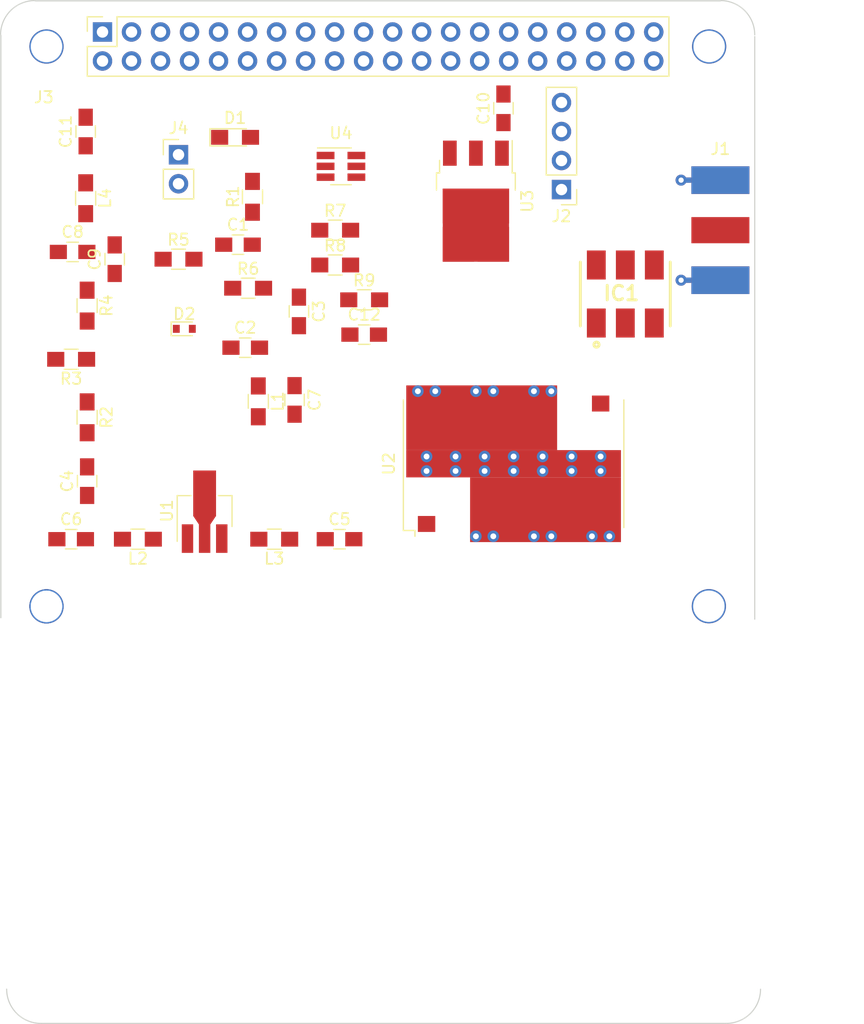
<source format=kicad_pcb>
(kicad_pcb (version 4) (host pcbnew 4.0.7-e2-6376~61~ubuntu18.04.1)

  (general
    (links 116)
    (no_connects 80)
    (area 73.228762 60.24221 152.818001 149.879612)
    (thickness 1.6)
    (drawings 13)
    (tracks 0)
    (zones 0)
    (modules 41)
    (nets 26)
  )

  (page A4)
  (title_block
    (title "Africube Transmitter")
    (date 2019-07-18)
    (rev V1.0)
    (company "Giga Technology")
  )

  (layers
    (0 F.Cu signal)
    (1 In1.Cu signal hide)
    (2 In2.Cu signal hide)
    (31 B.Cu signal)
    (32 B.Adhes user)
    (33 F.Adhes user)
    (34 B.Paste user)
    (35 F.Paste user)
    (36 B.SilkS user hide)
    (37 F.SilkS user)
    (38 B.Mask user)
    (39 F.Mask user)
    (40 Dwgs.User user)
    (41 Cmts.User user)
    (42 Eco1.User user hide)
    (43 Eco2.User user hide)
    (44 Edge.Cuts user)
    (45 Margin user hide)
    (46 B.CrtYd user hide)
    (47 F.CrtYd user hide)
    (48 B.Fab user hide)
    (49 F.Fab user hide)
  )

  (setup
    (last_trace_width 0.15)
    (user_trace_width 0.15)
    (user_trace_width 0.2)
    (user_trace_width 0.25)
    (user_trace_width 0.4)
    (user_trace_width 0.5)
    (user_trace_width 0.6)
    (user_trace_width 1)
    (user_trace_width 2)
    (trace_clearance 0.2)
    (zone_clearance 0.2)
    (zone_45_only yes)
    (trace_min 0.15)
    (segment_width 0.15)
    (edge_width 0.15)
    (via_size 0.4)
    (via_drill 0.2)
    (via_min_size 0.4)
    (via_min_drill 0.2)
    (uvia_size 0.3)
    (uvia_drill 0.1)
    (uvias_allowed no)
    (uvia_min_size 0.2)
    (uvia_min_drill 0.1)
    (pcb_text_width 0.3)
    (pcb_text_size 1.5 1.5)
    (mod_edge_width 0.15)
    (mod_text_size 1 1)
    (mod_text_width 0.15)
    (pad_size 1.524 1.524)
    (pad_drill 0.762)
    (pad_to_mask_clearance 0.2)
    (aux_axis_origin 80.391 59.055)
    (grid_origin 82.423 59.055)
    (visible_elements 7FFEFF3F)
    (pcbplotparams
      (layerselection 0x010f8_80000007)
      (usegerberextensions false)
      (excludeedgelayer false)
      (linewidth 0.100000)
      (plotframeref false)
      (viasonmask false)
      (mode 1)
      (useauxorigin false)
      (hpglpennumber 1)
      (hpglpenspeed 20)
      (hpglpendiameter 15)
      (hpglpenoverlay 2)
      (psnegative false)
      (psa4output false)
      (plotreference true)
      (plotvalue false)
      (plotinvisibletext false)
      (padsonsilk true)
      (subtractmaskfromsilk false)
      (outputformat 1)
      (mirror false)
      (drillshape 0)
      (scaleselection 1)
      (outputdirectory prod))
  )

  (net 0 "")
  (net 1 GND)
  (net 2 +5V)
  (net 3 "Net-(C4-Pad1)")
  (net 4 "Net-(C4-Pad2)")
  (net 5 "Net-(C5-Pad1)")
  (net 6 "Net-(C5-Pad2)")
  (net 7 "Net-(C8-Pad2)")
  (net 8 "Net-(C10-Pad1)")
  (net 9 "Net-(D1-Pad2)")
  (net 10 "Net-(L1-Pad2)")
  (net 11 "Net-(L2-Pad1)")
  (net 12 "Net-(R2-Pad1)")
  (net 13 "Net-(C8-Pad1)")
  (net 14 "Net-(C9-Pad2)")
  (net 15 "Net-(C11-Pad1)")
  (net 16 "Net-(C11-Pad2)")
  (net 17 "Net-(C12-Pad2)")
  (net 18 "Net-(D2-Pad1)")
  (net 19 "Net-(IC1-Pad1)")
  (net 20 "Net-(IC1-Pad4)")
  (net 21 "Net-(IC1-Pad6)")
  (net 22 "Net-(J2-Pad4)")
  (net 23 "Net-(J3-Pad2)")
  (net 24 SDA)
  (net 25 SCL)

  (net_class Default "This is the default net class."
    (clearance 0.2)
    (trace_width 0.15)
    (via_dia 0.4)
    (via_drill 0.2)
    (uvia_dia 0.3)
    (uvia_drill 0.1)
    (add_net +5V)
    (add_net GND)
    (add_net "Net-(C10-Pad1)")
    (add_net "Net-(C11-Pad1)")
    (add_net "Net-(C11-Pad2)")
    (add_net "Net-(C12-Pad2)")
    (add_net "Net-(C4-Pad1)")
    (add_net "Net-(C4-Pad2)")
    (add_net "Net-(C5-Pad1)")
    (add_net "Net-(C5-Pad2)")
    (add_net "Net-(C8-Pad1)")
    (add_net "Net-(C8-Pad2)")
    (add_net "Net-(C9-Pad2)")
    (add_net "Net-(D1-Pad2)")
    (add_net "Net-(D2-Pad1)")
    (add_net "Net-(IC1-Pad1)")
    (add_net "Net-(IC1-Pad4)")
    (add_net "Net-(IC1-Pad6)")
    (add_net "Net-(J2-Pad4)")
    (add_net "Net-(J3-Pad2)")
    (add_net "Net-(L1-Pad2)")
    (add_net "Net-(L2-Pad1)")
    (add_net "Net-(R2-Pad1)")
    (add_net SCL)
    (add_net SDA)
  )

  (module project_footprints:NPTH_3mm_ID (layer F.Cu) (tedit 58E34364) (tstamp 5D64357F)
    (at 139.0396 64.3128)
    (path /5834BD62)
    (fp_text reference H3 (at 0.06 0.09) (layer F.SilkS)
      (effects (font (size 1 1) (thickness 0.15)))
    )
    (fp_text value 3mm_Mounting_Hole (at 0 -2.7) (layer F.Fab)
      (effects (font (size 1 1) (thickness 0.15)))
    )
    (pad "" np_thru_hole circle (at 0 0) (size 3 3) (drill 2.75) (layers *.Cu *.Mask)
      (clearance 1.6))
  )

  (module project_footprints:NPTH_3mm_ID (layer F.Cu) (tedit 58E34364) (tstamp 5D64357B)
    (at 81.026 64.3128)
    (path /5834BD62)
    (fp_text reference H3 (at 0.06 0.09) (layer F.SilkS)
      (effects (font (size 1 1) (thickness 0.15)))
    )
    (fp_text value 3mm_Mounting_Hole (at 0 -2.7) (layer F.Fab)
      (effects (font (size 1 1) (thickness 0.15)))
    )
    (pad "" np_thru_hole circle (at 0 0) (size 3 3) (drill 2.75) (layers *.Cu *.Mask)
      (clearance 1.6))
  )

  (module project_footprints:NPTH_3mm_ID locked (layer F.Cu) (tedit 58E34364) (tstamp 5D643534)
    (at 81.024 113.32)
    (path /5834BD62)
    (fp_text reference H3 (at 0.06 0.09) (layer F.SilkS)
      (effects (font (size 1 1) (thickness 0.15)))
    )
    (fp_text value 3mm_Mounting_Hole (at 0 -2.7) (layer F.Fab)
      (effects (font (size 1 1) (thickness 0.15)))
    )
    (pad "" np_thru_hole circle (at 0 0) (size 3 3) (drill 2.75) (layers *.Cu *.Mask)
      (clearance 1.6))
  )

  (module project_footprints:NPTH_3mm_ID locked (layer F.Cu) (tedit 58E34364) (tstamp 58E3B08A)
    (at 81.024 113.32)
    (path /5834BD62)
    (fp_text reference H3 (at 0.06 0.09) (layer F.SilkS)
      (effects (font (size 1 1) (thickness 0.15)))
    )
    (fp_text value 3mm_Mounting_Hole (at 0 -2.7) (layer F.Fab)
      (effects (font (size 1 1) (thickness 0.15)))
    )
    (pad "" np_thru_hole circle (at 0 0) (size 3 3) (drill 2.75) (layers *.Cu *.Mask)
      (clearance 1.6))
  )

  (module project_footprints:NPTH_3mm_ID locked (layer F.Cu) (tedit 58E34364) (tstamp 58E3B08E)
    (at 139.014 113.31)
    (path /5834BDED)
    (fp_text reference H4 (at 0.06 0.09) (layer F.SilkS)
      (effects (font (size 1 1) (thickness 0.15)))
    )
    (fp_text value 3mm_Mounting_Hole (at 0 -2.7) (layer F.Fab)
      (effects (font (size 1 1) (thickness 0.15)))
    )
    (pad "" np_thru_hole circle (at 0 0) (size 3 3) (drill 2.75) (layers *.Cu *.Mask)
      (clearance 1.6))
  )

  (module Capacitors_SMD:C_0805_HandSoldering (layer F.Cu) (tedit 58AA84A8) (tstamp 5D308622)
    (at 97.79 81.661)
    (descr "Capacitor SMD 0805, hand soldering")
    (tags "capacitor 0805")
    (path /5D28DB31)
    (attr smd)
    (fp_text reference C1 (at 0 -1.75) (layer F.SilkS)
      (effects (font (size 1 1) (thickness 0.15)))
    )
    (fp_text value 100nF (at 0 1.75) (layer F.Fab)
      (effects (font (size 1 1) (thickness 0.15)))
    )
    (fp_text user %R (at 0 -1.75) (layer F.Fab)
      (effects (font (size 1 1) (thickness 0.15)))
    )
    (fp_line (start -1 0.62) (end -1 -0.62) (layer F.Fab) (width 0.1))
    (fp_line (start 1 0.62) (end -1 0.62) (layer F.Fab) (width 0.1))
    (fp_line (start 1 -0.62) (end 1 0.62) (layer F.Fab) (width 0.1))
    (fp_line (start -1 -0.62) (end 1 -0.62) (layer F.Fab) (width 0.1))
    (fp_line (start 0.5 -0.85) (end -0.5 -0.85) (layer F.SilkS) (width 0.12))
    (fp_line (start -0.5 0.85) (end 0.5 0.85) (layer F.SilkS) (width 0.12))
    (fp_line (start -2.25 -0.88) (end 2.25 -0.88) (layer F.CrtYd) (width 0.05))
    (fp_line (start -2.25 -0.88) (end -2.25 0.87) (layer F.CrtYd) (width 0.05))
    (fp_line (start 2.25 0.87) (end 2.25 -0.88) (layer F.CrtYd) (width 0.05))
    (fp_line (start 2.25 0.87) (end -2.25 0.87) (layer F.CrtYd) (width 0.05))
    (pad 1 smd rect (at -1.25 0) (size 1.5 1.25) (layers F.Cu F.Paste F.Mask)
      (net 1 GND))
    (pad 2 smd rect (at 1.25 0) (size 1.5 1.25) (layers F.Cu F.Paste F.Mask)
      (net 2 +5V))
    (model Capacitors_SMD.3dshapes/C_0805.wrl
      (at (xyz 0 0 0))
      (scale (xyz 1 1 1))
      (rotate (xyz 0 0 0))
    )
  )

  (module Capacitors_SMD:C_0805_HandSoldering (layer F.Cu) (tedit 58AA84A8) (tstamp 5D308633)
    (at 98.425 90.678)
    (descr "Capacitor SMD 0805, hand soldering")
    (tags "capacitor 0805")
    (path /5D28DBEB)
    (attr smd)
    (fp_text reference C2 (at 0 -1.75) (layer F.SilkS)
      (effects (font (size 1 1) (thickness 0.15)))
    )
    (fp_text value 100pF (at 0 1.75) (layer F.Fab)
      (effects (font (size 1 1) (thickness 0.15)))
    )
    (fp_text user %R (at 0 -1.75) (layer F.Fab)
      (effects (font (size 1 1) (thickness 0.15)))
    )
    (fp_line (start -1 0.62) (end -1 -0.62) (layer F.Fab) (width 0.1))
    (fp_line (start 1 0.62) (end -1 0.62) (layer F.Fab) (width 0.1))
    (fp_line (start 1 -0.62) (end 1 0.62) (layer F.Fab) (width 0.1))
    (fp_line (start -1 -0.62) (end 1 -0.62) (layer F.Fab) (width 0.1))
    (fp_line (start 0.5 -0.85) (end -0.5 -0.85) (layer F.SilkS) (width 0.12))
    (fp_line (start -0.5 0.85) (end 0.5 0.85) (layer F.SilkS) (width 0.12))
    (fp_line (start -2.25 -0.88) (end 2.25 -0.88) (layer F.CrtYd) (width 0.05))
    (fp_line (start -2.25 -0.88) (end -2.25 0.87) (layer F.CrtYd) (width 0.05))
    (fp_line (start 2.25 0.87) (end 2.25 -0.88) (layer F.CrtYd) (width 0.05))
    (fp_line (start 2.25 0.87) (end -2.25 0.87) (layer F.CrtYd) (width 0.05))
    (pad 1 smd rect (at -1.25 0) (size 1.5 1.25) (layers F.Cu F.Paste F.Mask)
      (net 1 GND))
    (pad 2 smd rect (at 1.25 0) (size 1.5 1.25) (layers F.Cu F.Paste F.Mask)
      (net 2 +5V))
    (model Capacitors_SMD.3dshapes/C_0805.wrl
      (at (xyz 0 0 0))
      (scale (xyz 1 1 1))
      (rotate (xyz 0 0 0))
    )
  )

  (module Capacitors_SMD:C_0805_HandSoldering (layer F.Cu) (tedit 58AA84A8) (tstamp 5D308644)
    (at 103.124 87.503 270)
    (descr "Capacitor SMD 0805, hand soldering")
    (tags "capacitor 0805")
    (path /5A12ECC9)
    (attr smd)
    (fp_text reference C3 (at 0 -1.75 270) (layer F.SilkS)
      (effects (font (size 1 1) (thickness 0.15)))
    )
    (fp_text value "4.7uF 16V" (at 0 1.75 270) (layer F.Fab)
      (effects (font (size 1 1) (thickness 0.15)))
    )
    (fp_text user %R (at 0 -1.75 270) (layer F.Fab)
      (effects (font (size 1 1) (thickness 0.15)))
    )
    (fp_line (start -1 0.62) (end -1 -0.62) (layer F.Fab) (width 0.1))
    (fp_line (start 1 0.62) (end -1 0.62) (layer F.Fab) (width 0.1))
    (fp_line (start 1 -0.62) (end 1 0.62) (layer F.Fab) (width 0.1))
    (fp_line (start -1 -0.62) (end 1 -0.62) (layer F.Fab) (width 0.1))
    (fp_line (start 0.5 -0.85) (end -0.5 -0.85) (layer F.SilkS) (width 0.12))
    (fp_line (start -0.5 0.85) (end 0.5 0.85) (layer F.SilkS) (width 0.12))
    (fp_line (start -2.25 -0.88) (end 2.25 -0.88) (layer F.CrtYd) (width 0.05))
    (fp_line (start -2.25 -0.88) (end -2.25 0.87) (layer F.CrtYd) (width 0.05))
    (fp_line (start 2.25 0.87) (end 2.25 -0.88) (layer F.CrtYd) (width 0.05))
    (fp_line (start 2.25 0.87) (end -2.25 0.87) (layer F.CrtYd) (width 0.05))
    (pad 1 smd rect (at -1.25 0 270) (size 1.5 1.25) (layers F.Cu F.Paste F.Mask)
      (net 2 +5V))
    (pad 2 smd rect (at 1.25 0 270) (size 1.5 1.25) (layers F.Cu F.Paste F.Mask)
      (net 1 GND))
    (model Capacitors_SMD.3dshapes/C_0805.wrl
      (at (xyz 0 0 0))
      (scale (xyz 1 1 1))
      (rotate (xyz 0 0 0))
    )
  )

  (module Capacitors_SMD:C_0805_HandSoldering (layer F.Cu) (tedit 58AA84A8) (tstamp 5D308655)
    (at 84.582 102.362 90)
    (descr "Capacitor SMD 0805, hand soldering")
    (tags "capacitor 0805")
    (path /5D28AC94)
    (attr smd)
    (fp_text reference C4 (at 0 -1.75 90) (layer F.SilkS)
      (effects (font (size 1 1) (thickness 0.15)))
    )
    (fp_text value 100pF (at 0 1.75 90) (layer F.Fab)
      (effects (font (size 1 1) (thickness 0.15)))
    )
    (fp_text user %R (at 0 -1.75 90) (layer F.Fab)
      (effects (font (size 1 1) (thickness 0.15)))
    )
    (fp_line (start -1 0.62) (end -1 -0.62) (layer F.Fab) (width 0.1))
    (fp_line (start 1 0.62) (end -1 0.62) (layer F.Fab) (width 0.1))
    (fp_line (start 1 -0.62) (end 1 0.62) (layer F.Fab) (width 0.1))
    (fp_line (start -1 -0.62) (end 1 -0.62) (layer F.Fab) (width 0.1))
    (fp_line (start 0.5 -0.85) (end -0.5 -0.85) (layer F.SilkS) (width 0.12))
    (fp_line (start -0.5 0.85) (end 0.5 0.85) (layer F.SilkS) (width 0.12))
    (fp_line (start -2.25 -0.88) (end 2.25 -0.88) (layer F.CrtYd) (width 0.05))
    (fp_line (start -2.25 -0.88) (end -2.25 0.87) (layer F.CrtYd) (width 0.05))
    (fp_line (start 2.25 0.87) (end 2.25 -0.88) (layer F.CrtYd) (width 0.05))
    (fp_line (start 2.25 0.87) (end -2.25 0.87) (layer F.CrtYd) (width 0.05))
    (pad 1 smd rect (at -1.25 0 90) (size 1.5 1.25) (layers F.Cu F.Paste F.Mask)
      (net 3 "Net-(C4-Pad1)"))
    (pad 2 smd rect (at 1.25 0 90) (size 1.5 1.25) (layers F.Cu F.Paste F.Mask)
      (net 4 "Net-(C4-Pad2)"))
    (model Capacitors_SMD.3dshapes/C_0805.wrl
      (at (xyz 0 0 0))
      (scale (xyz 1 1 1))
      (rotate (xyz 0 0 0))
    )
  )

  (module Capacitors_SMD:C_0805_HandSoldering (layer F.Cu) (tedit 58AA84A8) (tstamp 5D308666)
    (at 106.68 107.442)
    (descr "Capacitor SMD 0805, hand soldering")
    (tags "capacitor 0805")
    (path /5D28B7CB)
    (attr smd)
    (fp_text reference C5 (at 0 -1.75) (layer F.SilkS)
      (effects (font (size 1 1) (thickness 0.15)))
    )
    (fp_text value 100pF (at 0 1.75) (layer F.Fab)
      (effects (font (size 1 1) (thickness 0.15)))
    )
    (fp_text user %R (at 0 -1.75) (layer F.Fab)
      (effects (font (size 1 1) (thickness 0.15)))
    )
    (fp_line (start -1 0.62) (end -1 -0.62) (layer F.Fab) (width 0.1))
    (fp_line (start 1 0.62) (end -1 0.62) (layer F.Fab) (width 0.1))
    (fp_line (start 1 -0.62) (end 1 0.62) (layer F.Fab) (width 0.1))
    (fp_line (start -1 -0.62) (end 1 -0.62) (layer F.Fab) (width 0.1))
    (fp_line (start 0.5 -0.85) (end -0.5 -0.85) (layer F.SilkS) (width 0.12))
    (fp_line (start -0.5 0.85) (end 0.5 0.85) (layer F.SilkS) (width 0.12))
    (fp_line (start -2.25 -0.88) (end 2.25 -0.88) (layer F.CrtYd) (width 0.05))
    (fp_line (start -2.25 -0.88) (end -2.25 0.87) (layer F.CrtYd) (width 0.05))
    (fp_line (start 2.25 0.87) (end 2.25 -0.88) (layer F.CrtYd) (width 0.05))
    (fp_line (start 2.25 0.87) (end -2.25 0.87) (layer F.CrtYd) (width 0.05))
    (pad 1 smd rect (at -1.25 0) (size 1.5 1.25) (layers F.Cu F.Paste F.Mask)
      (net 5 "Net-(C5-Pad1)"))
    (pad 2 smd rect (at 1.25 0) (size 1.5 1.25) (layers F.Cu F.Paste F.Mask)
      (net 6 "Net-(C5-Pad2)"))
    (model Capacitors_SMD.3dshapes/C_0805.wrl
      (at (xyz 0 0 0))
      (scale (xyz 1 1 1))
      (rotate (xyz 0 0 0))
    )
  )

  (module Capacitors_SMD:C_0805_HandSoldering (layer F.Cu) (tedit 58AA84A8) (tstamp 5D308677)
    (at 83.185 107.442)
    (descr "Capacitor SMD 0805, hand soldering")
    (tags "capacitor 0805")
    (path /5D2DA29A)
    (attr smd)
    (fp_text reference C6 (at 0 -1.75) (layer F.SilkS)
      (effects (font (size 1 1) (thickness 0.15)))
    )
    (fp_text value 12pF (at 0 1.75) (layer F.Fab)
      (effects (font (size 1 1) (thickness 0.15)))
    )
    (fp_text user %R (at 0 -1.75) (layer F.Fab)
      (effects (font (size 1 1) (thickness 0.15)))
    )
    (fp_line (start -1 0.62) (end -1 -0.62) (layer F.Fab) (width 0.1))
    (fp_line (start 1 0.62) (end -1 0.62) (layer F.Fab) (width 0.1))
    (fp_line (start 1 -0.62) (end 1 0.62) (layer F.Fab) (width 0.1))
    (fp_line (start -1 -0.62) (end 1 -0.62) (layer F.Fab) (width 0.1))
    (fp_line (start 0.5 -0.85) (end -0.5 -0.85) (layer F.SilkS) (width 0.12))
    (fp_line (start -0.5 0.85) (end 0.5 0.85) (layer F.SilkS) (width 0.12))
    (fp_line (start -2.25 -0.88) (end 2.25 -0.88) (layer F.CrtYd) (width 0.05))
    (fp_line (start -2.25 -0.88) (end -2.25 0.87) (layer F.CrtYd) (width 0.05))
    (fp_line (start 2.25 0.87) (end 2.25 -0.88) (layer F.CrtYd) (width 0.05))
    (fp_line (start 2.25 0.87) (end -2.25 0.87) (layer F.CrtYd) (width 0.05))
    (pad 1 smd rect (at -1.25 0) (size 1.5 1.25) (layers F.Cu F.Paste F.Mask)
      (net 1 GND))
    (pad 2 smd rect (at 1.25 0) (size 1.5 1.25) (layers F.Cu F.Paste F.Mask)
      (net 3 "Net-(C4-Pad1)"))
    (model Capacitors_SMD.3dshapes/C_0805.wrl
      (at (xyz 0 0 0))
      (scale (xyz 1 1 1))
      (rotate (xyz 0 0 0))
    )
  )

  (module Capacitors_SMD:C_0805_HandSoldering (layer F.Cu) (tedit 58AA84A8) (tstamp 5D308688)
    (at 102.743 95.25 270)
    (descr "Capacitor SMD 0805, hand soldering")
    (tags "capacitor 0805")
    (path /5D2D974B)
    (attr smd)
    (fp_text reference C7 (at 0 -1.75 270) (layer F.SilkS)
      (effects (font (size 1 1) (thickness 0.15)))
    )
    (fp_text value 22pF (at 0 1.75 270) (layer F.Fab)
      (effects (font (size 1 1) (thickness 0.15)))
    )
    (fp_text user %R (at 0 -1.75 270) (layer F.Fab)
      (effects (font (size 1 1) (thickness 0.15)))
    )
    (fp_line (start -1 0.62) (end -1 -0.62) (layer F.Fab) (width 0.1))
    (fp_line (start 1 0.62) (end -1 0.62) (layer F.Fab) (width 0.1))
    (fp_line (start 1 -0.62) (end 1 0.62) (layer F.Fab) (width 0.1))
    (fp_line (start -1 -0.62) (end 1 -0.62) (layer F.Fab) (width 0.1))
    (fp_line (start 0.5 -0.85) (end -0.5 -0.85) (layer F.SilkS) (width 0.12))
    (fp_line (start -0.5 0.85) (end 0.5 0.85) (layer F.SilkS) (width 0.12))
    (fp_line (start -2.25 -0.88) (end 2.25 -0.88) (layer F.CrtYd) (width 0.05))
    (fp_line (start -2.25 -0.88) (end -2.25 0.87) (layer F.CrtYd) (width 0.05))
    (fp_line (start 2.25 0.87) (end 2.25 -0.88) (layer F.CrtYd) (width 0.05))
    (fp_line (start 2.25 0.87) (end -2.25 0.87) (layer F.CrtYd) (width 0.05))
    (pad 1 smd rect (at -1.25 0 270) (size 1.5 1.25) (layers F.Cu F.Paste F.Mask)
      (net 1 GND))
    (pad 2 smd rect (at 1.25 0 270) (size 1.5 1.25) (layers F.Cu F.Paste F.Mask)
      (net 6 "Net-(C5-Pad2)"))
    (model Capacitors_SMD.3dshapes/C_0805.wrl
      (at (xyz 0 0 0))
      (scale (xyz 1 1 1))
      (rotate (xyz 0 0 0))
    )
  )

  (module Capacitors_SMD:C_0805_HandSoldering (layer F.Cu) (tedit 58AA84A8) (tstamp 5D308699)
    (at 83.312 82.296)
    (descr "Capacitor SMD 0805, hand soldering")
    (tags "capacitor 0805")
    (path /5D31A35F)
    (attr smd)
    (fp_text reference C8 (at 0 -1.75) (layer F.SilkS)
      (effects (font (size 1 1) (thickness 0.15)))
    )
    (fp_text value 100pF (at 0 1.75) (layer F.Fab)
      (effects (font (size 1 1) (thickness 0.15)))
    )
    (fp_text user %R (at 0 -1.75) (layer F.Fab)
      (effects (font (size 1 1) (thickness 0.15)))
    )
    (fp_line (start -1 0.62) (end -1 -0.62) (layer F.Fab) (width 0.1))
    (fp_line (start 1 0.62) (end -1 0.62) (layer F.Fab) (width 0.1))
    (fp_line (start 1 -0.62) (end 1 0.62) (layer F.Fab) (width 0.1))
    (fp_line (start -1 -0.62) (end 1 -0.62) (layer F.Fab) (width 0.1))
    (fp_line (start 0.5 -0.85) (end -0.5 -0.85) (layer F.SilkS) (width 0.12))
    (fp_line (start -0.5 0.85) (end 0.5 0.85) (layer F.SilkS) (width 0.12))
    (fp_line (start -2.25 -0.88) (end 2.25 -0.88) (layer F.CrtYd) (width 0.05))
    (fp_line (start -2.25 -0.88) (end -2.25 0.87) (layer F.CrtYd) (width 0.05))
    (fp_line (start 2.25 0.87) (end 2.25 -0.88) (layer F.CrtYd) (width 0.05))
    (fp_line (start 2.25 0.87) (end -2.25 0.87) (layer F.CrtYd) (width 0.05))
    (pad 1 smd rect (at -1.25 0) (size 1.5 1.25) (layers F.Cu F.Paste F.Mask)
      (net 13 "Net-(C8-Pad1)"))
    (pad 2 smd rect (at 1.25 0) (size 1.5 1.25) (layers F.Cu F.Paste F.Mask)
      (net 7 "Net-(C8-Pad2)"))
    (model Capacitors_SMD.3dshapes/C_0805.wrl
      (at (xyz 0 0 0))
      (scale (xyz 1 1 1))
      (rotate (xyz 0 0 0))
    )
  )

  (module Capacitors_SMD:C_0805_HandSoldering (layer F.Cu) (tedit 58AA84A8) (tstamp 5D3086AA)
    (at 86.995 82.931 90)
    (descr "Capacitor SMD 0805, hand soldering")
    (tags "capacitor 0805")
    (path /5D2C3876)
    (attr smd)
    (fp_text reference C9 (at 0 -1.75 90) (layer F.SilkS)
      (effects (font (size 1 1) (thickness 0.15)))
    )
    (fp_text value 10pF (at 0 1.75 90) (layer F.Fab)
      (effects (font (size 1 1) (thickness 0.15)))
    )
    (fp_text user %R (at 0 -1.75 90) (layer F.Fab)
      (effects (font (size 1 1) (thickness 0.15)))
    )
    (fp_line (start -1 0.62) (end -1 -0.62) (layer F.Fab) (width 0.1))
    (fp_line (start 1 0.62) (end -1 0.62) (layer F.Fab) (width 0.1))
    (fp_line (start 1 -0.62) (end 1 0.62) (layer F.Fab) (width 0.1))
    (fp_line (start -1 -0.62) (end 1 -0.62) (layer F.Fab) (width 0.1))
    (fp_line (start 0.5 -0.85) (end -0.5 -0.85) (layer F.SilkS) (width 0.12))
    (fp_line (start -0.5 0.85) (end 0.5 0.85) (layer F.SilkS) (width 0.12))
    (fp_line (start -2.25 -0.88) (end 2.25 -0.88) (layer F.CrtYd) (width 0.05))
    (fp_line (start -2.25 -0.88) (end -2.25 0.87) (layer F.CrtYd) (width 0.05))
    (fp_line (start 2.25 0.87) (end 2.25 -0.88) (layer F.CrtYd) (width 0.05))
    (fp_line (start 2.25 0.87) (end -2.25 0.87) (layer F.CrtYd) (width 0.05))
    (pad 1 smd rect (at -1.25 0 90) (size 1.5 1.25) (layers F.Cu F.Paste F.Mask)
      (net 1 GND))
    (pad 2 smd rect (at 1.25 0 90) (size 1.5 1.25) (layers F.Cu F.Paste F.Mask)
      (net 14 "Net-(C9-Pad2)"))
    (model Capacitors_SMD.3dshapes/C_0805.wrl
      (at (xyz 0 0 0))
      (scale (xyz 1 1 1))
      (rotate (xyz 0 0 0))
    )
  )

  (module Capacitors_SMD:C_0805_HandSoldering (layer F.Cu) (tedit 58AA84A8) (tstamp 5D3086BB)
    (at 121.031 69.723 90)
    (descr "Capacitor SMD 0805, hand soldering")
    (tags "capacitor 0805")
    (path /5D290DB1)
    (attr smd)
    (fp_text reference C10 (at 0 -1.75 90) (layer F.SilkS)
      (effects (font (size 1 1) (thickness 0.15)))
    )
    (fp_text value "4.7uF 16V" (at 0 1.75 90) (layer F.Fab)
      (effects (font (size 1 1) (thickness 0.15)))
    )
    (fp_text user %R (at 0 -1.75 90) (layer F.Fab)
      (effects (font (size 1 1) (thickness 0.15)))
    )
    (fp_line (start -1 0.62) (end -1 -0.62) (layer F.Fab) (width 0.1))
    (fp_line (start 1 0.62) (end -1 0.62) (layer F.Fab) (width 0.1))
    (fp_line (start 1 -0.62) (end 1 0.62) (layer F.Fab) (width 0.1))
    (fp_line (start -1 -0.62) (end 1 -0.62) (layer F.Fab) (width 0.1))
    (fp_line (start 0.5 -0.85) (end -0.5 -0.85) (layer F.SilkS) (width 0.12))
    (fp_line (start -0.5 0.85) (end 0.5 0.85) (layer F.SilkS) (width 0.12))
    (fp_line (start -2.25 -0.88) (end 2.25 -0.88) (layer F.CrtYd) (width 0.05))
    (fp_line (start -2.25 -0.88) (end -2.25 0.87) (layer F.CrtYd) (width 0.05))
    (fp_line (start 2.25 0.87) (end 2.25 -0.88) (layer F.CrtYd) (width 0.05))
    (fp_line (start 2.25 0.87) (end -2.25 0.87) (layer F.CrtYd) (width 0.05))
    (pad 1 smd rect (at -1.25 0 90) (size 1.5 1.25) (layers F.Cu F.Paste F.Mask)
      (net 8 "Net-(C10-Pad1)"))
    (pad 2 smd rect (at 1.25 0 90) (size 1.5 1.25) (layers F.Cu F.Paste F.Mask)
      (net 1 GND))
    (model Capacitors_SMD.3dshapes/C_0805.wrl
      (at (xyz 0 0 0))
      (scale (xyz 1 1 1))
      (rotate (xyz 0 0 0))
    )
  )

  (module LEDs:LED_0805_HandSoldering (layer F.Cu) (tedit 595FCA25) (tstamp 5D3086D0)
    (at 97.536 72.263)
    (descr "Resistor SMD 0805, hand soldering")
    (tags "resistor 0805")
    (path /5D28F097)
    (attr smd)
    (fp_text reference D1 (at 0 -1.7) (layer F.SilkS)
      (effects (font (size 1 1) (thickness 0.15)))
    )
    (fp_text value LED (at 0 1.75) (layer F.Fab)
      (effects (font (size 1 1) (thickness 0.15)))
    )
    (fp_line (start -0.4 -0.4) (end -0.4 0.4) (layer F.Fab) (width 0.1))
    (fp_line (start -0.4 0) (end 0.2 -0.4) (layer F.Fab) (width 0.1))
    (fp_line (start 0.2 0.4) (end -0.4 0) (layer F.Fab) (width 0.1))
    (fp_line (start 0.2 -0.4) (end 0.2 0.4) (layer F.Fab) (width 0.1))
    (fp_line (start -1 0.62) (end -1 -0.62) (layer F.Fab) (width 0.1))
    (fp_line (start 1 0.62) (end -1 0.62) (layer F.Fab) (width 0.1))
    (fp_line (start 1 -0.62) (end 1 0.62) (layer F.Fab) (width 0.1))
    (fp_line (start -1 -0.62) (end 1 -0.62) (layer F.Fab) (width 0.1))
    (fp_line (start 1 0.75) (end -2.2 0.75) (layer F.SilkS) (width 0.12))
    (fp_line (start -2.2 -0.75) (end 1 -0.75) (layer F.SilkS) (width 0.12))
    (fp_line (start -2.35 -0.9) (end 2.35 -0.9) (layer F.CrtYd) (width 0.05))
    (fp_line (start -2.35 -0.9) (end -2.35 0.9) (layer F.CrtYd) (width 0.05))
    (fp_line (start 2.35 0.9) (end 2.35 -0.9) (layer F.CrtYd) (width 0.05))
    (fp_line (start 2.35 0.9) (end -2.35 0.9) (layer F.CrtYd) (width 0.05))
    (fp_line (start -2.2 -0.75) (end -2.2 0.75) (layer F.SilkS) (width 0.12))
    (pad 1 smd rect (at -1.35 0) (size 1.5 1.3) (layers F.Cu F.Paste F.Mask)
      (net 1 GND))
    (pad 2 smd rect (at 1.35 0) (size 1.5 1.3) (layers F.Cu F.Paste F.Mask)
      (net 9 "Net-(D1-Pad2)"))
    (model ${KISYS3DMOD}/LEDs.3dshapes/LED_0805.wrl
      (at (xyz 0 0 0))
      (scale (xyz 1 1 1))
      (rotate (xyz 0 0 0))
    )
  )

  (module Connectors_Molex:Molex_SMA_Jack_Edge_Mount (layer F.Cu) (tedit 587D2992) (tstamp 5D3086F5)
    (at 138.303 80.391 180)
    (descr "Molex SMA Jack, Edge Mount, http://www.molex.com/pdm_docs/sd/732511150_sd.pdf")
    (tags "sma edge")
    (path /59F85ADB)
    (attr smd)
    (fp_text reference J1 (at -1.72 7.11 180) (layer F.SilkS)
      (effects (font (size 1 1) (thickness 0.15)))
    )
    (fp_text value "SMA Edge FM" (at -1.72 -7.11 180) (layer F.Fab)
      (effects (font (size 1 1) (thickness 0.15)))
    )
    (fp_line (start -4.76 -0.38) (end 0.49 -0.38) (layer F.Fab) (width 0.1))
    (fp_line (start -4.76 0.38) (end 0.49 0.38) (layer F.Fab) (width 0.1))
    (fp_line (start 0.49 -0.38) (end 0.49 0.38) (layer F.Fab) (width 0.1))
    (fp_line (start 0.49 3.75) (end 0.49 4.76) (layer F.Fab) (width 0.1))
    (fp_line (start 0.49 -4.76) (end 0.49 -3.75) (layer F.Fab) (width 0.1))
    (fp_line (start -14.29 -6.09) (end -14.29 6.09) (layer F.CrtYd) (width 0.05))
    (fp_line (start -14.29 6.09) (end 2.71 6.09) (layer F.CrtYd) (width 0.05))
    (fp_line (start 2.71 -6.09) (end 2.71 6.09) (layer B.CrtYd) (width 0.05))
    (fp_line (start -14.29 -6.09) (end 2.71 -6.09) (layer B.CrtYd) (width 0.05))
    (fp_line (start -14.29 -6.09) (end -14.29 6.09) (layer B.CrtYd) (width 0.05))
    (fp_line (start -14.29 6.09) (end 2.71 6.09) (layer B.CrtYd) (width 0.05))
    (fp_line (start 2.71 -6.09) (end 2.71 6.09) (layer F.CrtYd) (width 0.05))
    (fp_line (start 2.71 -6.09) (end -14.29 -6.09) (layer F.CrtYd) (width 0.05))
    (fp_line (start -4.76 -3.75) (end 0.49 -3.75) (layer F.Fab) (width 0.1))
    (fp_line (start -4.76 3.75) (end 0.49 3.75) (layer F.Fab) (width 0.1))
    (fp_line (start -13.79 -2.65) (end -5.91 -2.65) (layer F.Fab) (width 0.1))
    (fp_line (start -13.79 -2.65) (end -13.79 2.65) (layer F.Fab) (width 0.1))
    (fp_line (start -13.79 2.65) (end -5.91 2.65) (layer F.Fab) (width 0.1))
    (fp_line (start -4.76 -3.75) (end -4.76 3.75) (layer F.Fab) (width 0.1))
    (fp_line (start 0.49 -4.76) (end -5.91 -4.76) (layer F.Fab) (width 0.1))
    (fp_line (start -5.91 -4.76) (end -5.91 4.76) (layer F.Fab) (width 0.1))
    (fp_line (start -5.91 4.76) (end 0.49 4.76) (layer F.Fab) (width 0.1))
    (pad 1 smd rect (at -1.72 0 180) (size 5.08 2.29) (layers F.Cu F.Paste F.Mask)
      (net 21 "Net-(IC1-Pad6)"))
    (pad 2 smd rect (at -1.72 -4.38 180) (size 5.08 2.42) (layers F.Cu F.Paste F.Mask)
      (net 1 GND))
    (pad 2 smd rect (at -1.72 4.38 180) (size 5.08 2.42) (layers F.Cu F.Paste F.Mask)
      (net 1 GND))
    (pad 2 smd rect (at -1.72 -4.38 180) (size 5.08 2.42) (layers B.Cu B.Paste B.Mask)
      (net 1 GND))
    (pad 2 smd rect (at -1.72 4.38 180) (size 5.08 2.42) (layers B.Cu B.Paste B.Mask)
      (net 1 GND))
    (pad 2 thru_hole circle (at 1.72 -4.38 180) (size 0.97 0.97) (drill 0.46) (layers *.Cu)
      (net 1 GND))
    (pad 2 thru_hole circle (at 1.72 4.38 180) (size 0.97 0.97) (drill 0.46) (layers *.Cu)
      (net 1 GND))
    (pad 2 smd rect (at 1.27 -4.38 180) (size 0.89 0.46) (layers F.Cu)
      (net 1 GND))
    (pad 2 smd rect (at 1.27 4.38 180) (size 0.89 0.46) (layers F.Cu)
      (net 1 GND))
    (pad 2 smd rect (at 1.27 -4.38 180) (size 0.89 0.46) (layers B.Cu)
      (net 1 GND))
    (pad 2 smd rect (at 1.27 4.38 180) (size 0.89 0.46) (layers B.Cu)
      (net 1 GND))
    (model ${KISYS3DMOD}/Connectors_Molex.3dshapes/Molex_SMA_Jack_Edge_Mount.wrl
      (at (xyz 0 0 0))
      (scale (xyz 1 1 1))
      (rotate (xyz 0 0 0))
    )
  )

  (module Socket_Strips:Socket_Strip_Straight_1x04_Pitch2.54mm (layer F.Cu) (tedit 58CD5446) (tstamp 5D30870C)
    (at 126.111 76.835 180)
    (descr "Through hole straight socket strip, 1x04, 2.54mm pitch, single row")
    (tags "Through hole socket strip THT 1x04 2.54mm single row")
    (path /5D28FFAB)
    (fp_text reference J2 (at 0 -2.33 180) (layer F.SilkS)
      (effects (font (size 1 1) (thickness 0.15)))
    )
    (fp_text value Conn_01x04 (at 0 9.95 180) (layer F.Fab)
      (effects (font (size 1 1) (thickness 0.15)))
    )
    (fp_line (start -1.27 -1.27) (end -1.27 8.89) (layer F.Fab) (width 0.1))
    (fp_line (start -1.27 8.89) (end 1.27 8.89) (layer F.Fab) (width 0.1))
    (fp_line (start 1.27 8.89) (end 1.27 -1.27) (layer F.Fab) (width 0.1))
    (fp_line (start 1.27 -1.27) (end -1.27 -1.27) (layer F.Fab) (width 0.1))
    (fp_line (start -1.33 1.27) (end -1.33 8.95) (layer F.SilkS) (width 0.12))
    (fp_line (start -1.33 8.95) (end 1.33 8.95) (layer F.SilkS) (width 0.12))
    (fp_line (start 1.33 8.95) (end 1.33 1.27) (layer F.SilkS) (width 0.12))
    (fp_line (start 1.33 1.27) (end -1.33 1.27) (layer F.SilkS) (width 0.12))
    (fp_line (start -1.33 0) (end -1.33 -1.33) (layer F.SilkS) (width 0.12))
    (fp_line (start -1.33 -1.33) (end 0 -1.33) (layer F.SilkS) (width 0.12))
    (fp_line (start -1.8 -1.8) (end -1.8 9.4) (layer F.CrtYd) (width 0.05))
    (fp_line (start -1.8 9.4) (end 1.8 9.4) (layer F.CrtYd) (width 0.05))
    (fp_line (start 1.8 9.4) (end 1.8 -1.8) (layer F.CrtYd) (width 0.05))
    (fp_line (start 1.8 -1.8) (end -1.8 -1.8) (layer F.CrtYd) (width 0.05))
    (fp_text user %R (at 0 -2.33 180) (layer F.Fab)
      (effects (font (size 1 1) (thickness 0.15)))
    )
    (pad 1 thru_hole rect (at 0 0 180) (size 1.7 1.7) (drill 1) (layers *.Cu *.Mask)
      (net 1 GND))
    (pad 2 thru_hole oval (at 0 2.54 180) (size 1.7 1.7) (drill 1) (layers *.Cu *.Mask)
      (net 8 "Net-(C10-Pad1)"))
    (pad 3 thru_hole oval (at 0 5.08 180) (size 1.7 1.7) (drill 1) (layers *.Cu *.Mask)
      (net 2 +5V))
    (pad 4 thru_hole oval (at 0 7.62 180) (size 1.7 1.7) (drill 1) (layers *.Cu *.Mask)
      (net 22 "Net-(J2-Pad4)"))
    (model ${KISYS3DMOD}/Socket_Strips.3dshapes/Socket_Strip_Straight_1x04_Pitch2.54mm.wrl
      (at (xyz 0 -0.15 0))
      (scale (xyz 1 1 1))
      (rotate (xyz 0 0 270))
    )
  )

  (module Resistors_SMD:R_0805_HandSoldering (layer F.Cu) (tedit 58E0A804) (tstamp 5D30871D)
    (at 99.568 95.377 270)
    (descr "Resistor SMD 0805, hand soldering")
    (tags "resistor 0805")
    (path /5D28D826)
    (attr smd)
    (fp_text reference L1 (at 0 -1.7 270) (layer F.SilkS)
      (effects (font (size 1 1) (thickness 0.15)))
    )
    (fp_text value 12nH (at 0 1.75 270) (layer F.Fab)
      (effects (font (size 1 1) (thickness 0.15)))
    )
    (fp_text user %R (at 0 0 270) (layer F.Fab)
      (effects (font (size 0.5 0.5) (thickness 0.075)))
    )
    (fp_line (start -1 0.62) (end -1 -0.62) (layer F.Fab) (width 0.1))
    (fp_line (start 1 0.62) (end -1 0.62) (layer F.Fab) (width 0.1))
    (fp_line (start 1 -0.62) (end 1 0.62) (layer F.Fab) (width 0.1))
    (fp_line (start -1 -0.62) (end 1 -0.62) (layer F.Fab) (width 0.1))
    (fp_line (start 0.6 0.88) (end -0.6 0.88) (layer F.SilkS) (width 0.12))
    (fp_line (start -0.6 -0.88) (end 0.6 -0.88) (layer F.SilkS) (width 0.12))
    (fp_line (start -2.35 -0.9) (end 2.35 -0.9) (layer F.CrtYd) (width 0.05))
    (fp_line (start -2.35 -0.9) (end -2.35 0.9) (layer F.CrtYd) (width 0.05))
    (fp_line (start 2.35 0.9) (end 2.35 -0.9) (layer F.CrtYd) (width 0.05))
    (fp_line (start 2.35 0.9) (end -2.35 0.9) (layer F.CrtYd) (width 0.05))
    (pad 1 smd rect (at -1.35 0 270) (size 1.5 1.3) (layers F.Cu F.Paste F.Mask)
      (net 2 +5V))
    (pad 2 smd rect (at 1.35 0 270) (size 1.5 1.3) (layers F.Cu F.Paste F.Mask)
      (net 10 "Net-(L1-Pad2)"))
    (model ${KISYS3DMOD}/Resistors_SMD.3dshapes/R_0805.wrl
      (at (xyz 0 0 0))
      (scale (xyz 1 1 1))
      (rotate (xyz 0 0 0))
    )
  )

  (module Resistors_SMD:R_0805_HandSoldering (layer F.Cu) (tedit 58E0A804) (tstamp 5D30872E)
    (at 89.027 107.442 180)
    (descr "Resistor SMD 0805, hand soldering")
    (tags "resistor 0805")
    (path /5D2D9F26)
    (attr smd)
    (fp_text reference L2 (at 0 -1.7 180) (layer F.SilkS)
      (effects (font (size 1 1) (thickness 0.15)))
    )
    (fp_text value 2uH (at 0 1.75 180) (layer F.Fab)
      (effects (font (size 1 1) (thickness 0.15)))
    )
    (fp_text user %R (at 0 0 180) (layer F.Fab)
      (effects (font (size 0.5 0.5) (thickness 0.075)))
    )
    (fp_line (start -1 0.62) (end -1 -0.62) (layer F.Fab) (width 0.1))
    (fp_line (start 1 0.62) (end -1 0.62) (layer F.Fab) (width 0.1))
    (fp_line (start 1 -0.62) (end 1 0.62) (layer F.Fab) (width 0.1))
    (fp_line (start -1 -0.62) (end 1 -0.62) (layer F.Fab) (width 0.1))
    (fp_line (start 0.6 0.88) (end -0.6 0.88) (layer F.SilkS) (width 0.12))
    (fp_line (start -0.6 -0.88) (end 0.6 -0.88) (layer F.SilkS) (width 0.12))
    (fp_line (start -2.35 -0.9) (end 2.35 -0.9) (layer F.CrtYd) (width 0.05))
    (fp_line (start -2.35 -0.9) (end -2.35 0.9) (layer F.CrtYd) (width 0.05))
    (fp_line (start 2.35 0.9) (end 2.35 -0.9) (layer F.CrtYd) (width 0.05))
    (fp_line (start 2.35 0.9) (end -2.35 0.9) (layer F.CrtYd) (width 0.05))
    (pad 1 smd rect (at -1.35 0 180) (size 1.5 1.3) (layers F.Cu F.Paste F.Mask)
      (net 11 "Net-(L2-Pad1)"))
    (pad 2 smd rect (at 1.35 0 180) (size 1.5 1.3) (layers F.Cu F.Paste F.Mask)
      (net 3 "Net-(C4-Pad1)"))
    (model ${KISYS3DMOD}/Resistors_SMD.3dshapes/R_0805.wrl
      (at (xyz 0 0 0))
      (scale (xyz 1 1 1))
      (rotate (xyz 0 0 0))
    )
  )

  (module Resistors_SMD:R_0805_HandSoldering (layer F.Cu) (tedit 58E0A804) (tstamp 5D30873F)
    (at 100.965 107.442 180)
    (descr "Resistor SMD 0805, hand soldering")
    (tags "resistor 0805")
    (path /5D2D8E0C)
    (attr smd)
    (fp_text reference L3 (at 0 -1.7 180) (layer F.SilkS)
      (effects (font (size 1 1) (thickness 0.15)))
    )
    (fp_text value 2uH (at 0 1.75 180) (layer F.Fab)
      (effects (font (size 1 1) (thickness 0.15)))
    )
    (fp_text user %R (at 0 0 180) (layer F.Fab)
      (effects (font (size 0.5 0.5) (thickness 0.075)))
    )
    (fp_line (start -1 0.62) (end -1 -0.62) (layer F.Fab) (width 0.1))
    (fp_line (start 1 0.62) (end -1 0.62) (layer F.Fab) (width 0.1))
    (fp_line (start 1 -0.62) (end 1 0.62) (layer F.Fab) (width 0.1))
    (fp_line (start -1 -0.62) (end 1 -0.62) (layer F.Fab) (width 0.1))
    (fp_line (start 0.6 0.88) (end -0.6 0.88) (layer F.SilkS) (width 0.12))
    (fp_line (start -0.6 -0.88) (end 0.6 -0.88) (layer F.SilkS) (width 0.12))
    (fp_line (start -2.35 -0.9) (end 2.35 -0.9) (layer F.CrtYd) (width 0.05))
    (fp_line (start -2.35 -0.9) (end -2.35 0.9) (layer F.CrtYd) (width 0.05))
    (fp_line (start 2.35 0.9) (end 2.35 -0.9) (layer F.CrtYd) (width 0.05))
    (fp_line (start 2.35 0.9) (end -2.35 0.9) (layer F.CrtYd) (width 0.05))
    (pad 1 smd rect (at -1.35 0 180) (size 1.5 1.3) (layers F.Cu F.Paste F.Mask)
      (net 6 "Net-(C5-Pad2)"))
    (pad 2 smd rect (at 1.35 0 180) (size 1.5 1.3) (layers F.Cu F.Paste F.Mask)
      (net 10 "Net-(L1-Pad2)"))
    (model ${KISYS3DMOD}/Resistors_SMD.3dshapes/R_0805.wrl
      (at (xyz 0 0 0))
      (scale (xyz 1 1 1))
      (rotate (xyz 0 0 0))
    )
  )

  (module Resistors_SMD:R_0805_HandSoldering (layer F.Cu) (tedit 58E0A804) (tstamp 5D308750)
    (at 84.455 77.597 270)
    (descr "Resistor SMD 0805, hand soldering")
    (tags "resistor 0805")
    (path /5D2C3437)
    (attr smd)
    (fp_text reference L4 (at 0 -1.7 270) (layer F.SilkS)
      (effects (font (size 1 1) (thickness 0.15)))
    )
    (fp_text value 54nH (at 0 1.75 270) (layer F.Fab)
      (effects (font (size 1 1) (thickness 0.15)))
    )
    (fp_text user %R (at 0 0 270) (layer F.Fab)
      (effects (font (size 0.5 0.5) (thickness 0.075)))
    )
    (fp_line (start -1 0.62) (end -1 -0.62) (layer F.Fab) (width 0.1))
    (fp_line (start 1 0.62) (end -1 0.62) (layer F.Fab) (width 0.1))
    (fp_line (start 1 -0.62) (end 1 0.62) (layer F.Fab) (width 0.1))
    (fp_line (start -1 -0.62) (end 1 -0.62) (layer F.Fab) (width 0.1))
    (fp_line (start 0.6 0.88) (end -0.6 0.88) (layer F.SilkS) (width 0.12))
    (fp_line (start -0.6 -0.88) (end 0.6 -0.88) (layer F.SilkS) (width 0.12))
    (fp_line (start -2.35 -0.9) (end 2.35 -0.9) (layer F.CrtYd) (width 0.05))
    (fp_line (start -2.35 -0.9) (end -2.35 0.9) (layer F.CrtYd) (width 0.05))
    (fp_line (start 2.35 0.9) (end 2.35 -0.9) (layer F.CrtYd) (width 0.05))
    (fp_line (start 2.35 0.9) (end -2.35 0.9) (layer F.CrtYd) (width 0.05))
    (pad 1 smd rect (at -1.35 0 270) (size 1.5 1.3) (layers F.Cu F.Paste F.Mask)
      (net 15 "Net-(C11-Pad1)"))
    (pad 2 smd rect (at 1.35 0 270) (size 1.5 1.3) (layers F.Cu F.Paste F.Mask)
      (net 14 "Net-(C9-Pad2)"))
    (model ${KISYS3DMOD}/Resistors_SMD.3dshapes/R_0805.wrl
      (at (xyz 0 0 0))
      (scale (xyz 1 1 1))
      (rotate (xyz 0 0 0))
    )
  )

  (module Resistors_SMD:R_0805_HandSoldering (layer F.Cu) (tedit 58E0A804) (tstamp 5D308761)
    (at 99.06 77.47 90)
    (descr "Resistor SMD 0805, hand soldering")
    (tags "resistor 0805")
    (path /5D28F11F)
    (attr smd)
    (fp_text reference R1 (at 0 -1.7 90) (layer F.SilkS)
      (effects (font (size 1 1) (thickness 0.15)))
    )
    (fp_text value 330 (at 0 1.75 90) (layer F.Fab)
      (effects (font (size 1 1) (thickness 0.15)))
    )
    (fp_text user %R (at 0 0 90) (layer F.Fab)
      (effects (font (size 0.5 0.5) (thickness 0.075)))
    )
    (fp_line (start -1 0.62) (end -1 -0.62) (layer F.Fab) (width 0.1))
    (fp_line (start 1 0.62) (end -1 0.62) (layer F.Fab) (width 0.1))
    (fp_line (start 1 -0.62) (end 1 0.62) (layer F.Fab) (width 0.1))
    (fp_line (start -1 -0.62) (end 1 -0.62) (layer F.Fab) (width 0.1))
    (fp_line (start 0.6 0.88) (end -0.6 0.88) (layer F.SilkS) (width 0.12))
    (fp_line (start -0.6 -0.88) (end 0.6 -0.88) (layer F.SilkS) (width 0.12))
    (fp_line (start -2.35 -0.9) (end 2.35 -0.9) (layer F.CrtYd) (width 0.05))
    (fp_line (start -2.35 -0.9) (end -2.35 0.9) (layer F.CrtYd) (width 0.05))
    (fp_line (start 2.35 0.9) (end 2.35 -0.9) (layer F.CrtYd) (width 0.05))
    (fp_line (start 2.35 0.9) (end -2.35 0.9) (layer F.CrtYd) (width 0.05))
    (pad 1 smd rect (at -1.35 0 90) (size 1.5 1.3) (layers F.Cu F.Paste F.Mask)
      (net 2 +5V))
    (pad 2 smd rect (at 1.35 0 90) (size 1.5 1.3) (layers F.Cu F.Paste F.Mask)
      (net 9 "Net-(D1-Pad2)"))
    (model ${KISYS3DMOD}/Resistors_SMD.3dshapes/R_0805.wrl
      (at (xyz 0 0 0))
      (scale (xyz 1 1 1))
      (rotate (xyz 0 0 0))
    )
  )

  (module Resistors_SMD:R_0805_HandSoldering (layer F.Cu) (tedit 58E0A804) (tstamp 5D308772)
    (at 84.582 96.774 270)
    (descr "Resistor SMD 0805, hand soldering")
    (tags "resistor 0805")
    (path /5D28BB47)
    (attr smd)
    (fp_text reference R2 (at 0 -1.7 270) (layer F.SilkS)
      (effects (font (size 1 1) (thickness 0.15)))
    )
    (fp_text value 0 (at 0 1.75 270) (layer F.Fab)
      (effects (font (size 1 1) (thickness 0.15)))
    )
    (fp_text user %R (at 0 0 270) (layer F.Fab)
      (effects (font (size 0.5 0.5) (thickness 0.075)))
    )
    (fp_line (start -1 0.62) (end -1 -0.62) (layer F.Fab) (width 0.1))
    (fp_line (start 1 0.62) (end -1 0.62) (layer F.Fab) (width 0.1))
    (fp_line (start 1 -0.62) (end 1 0.62) (layer F.Fab) (width 0.1))
    (fp_line (start -1 -0.62) (end 1 -0.62) (layer F.Fab) (width 0.1))
    (fp_line (start 0.6 0.88) (end -0.6 0.88) (layer F.SilkS) (width 0.12))
    (fp_line (start -0.6 -0.88) (end 0.6 -0.88) (layer F.SilkS) (width 0.12))
    (fp_line (start -2.35 -0.9) (end 2.35 -0.9) (layer F.CrtYd) (width 0.05))
    (fp_line (start -2.35 -0.9) (end -2.35 0.9) (layer F.CrtYd) (width 0.05))
    (fp_line (start 2.35 0.9) (end 2.35 -0.9) (layer F.CrtYd) (width 0.05))
    (fp_line (start 2.35 0.9) (end -2.35 0.9) (layer F.CrtYd) (width 0.05))
    (pad 1 smd rect (at -1.35 0 270) (size 1.5 1.3) (layers F.Cu F.Paste F.Mask)
      (net 12 "Net-(R2-Pad1)"))
    (pad 2 smd rect (at 1.35 0 270) (size 1.5 1.3) (layers F.Cu F.Paste F.Mask)
      (net 4 "Net-(C4-Pad2)"))
    (model ${KISYS3DMOD}/Resistors_SMD.3dshapes/R_0805.wrl
      (at (xyz 0 0 0))
      (scale (xyz 1 1 1))
      (rotate (xyz 0 0 0))
    )
  )

  (module Resistors_SMD:R_0805_HandSoldering (layer F.Cu) (tedit 58E0A804) (tstamp 5D308783)
    (at 83.185 91.694 180)
    (descr "Resistor SMD 0805, hand soldering")
    (tags "resistor 0805")
    (path /5D370C1B)
    (attr smd)
    (fp_text reference R3 (at 0 -1.7 180) (layer F.SilkS)
      (effects (font (size 1 1) (thickness 0.15)))
    )
    (fp_text value 50 (at 0 1.75 180) (layer F.Fab)
      (effects (font (size 1 1) (thickness 0.15)))
    )
    (fp_text user %R (at 0 0 180) (layer F.Fab)
      (effects (font (size 0.5 0.5) (thickness 0.075)))
    )
    (fp_line (start -1 0.62) (end -1 -0.62) (layer F.Fab) (width 0.1))
    (fp_line (start 1 0.62) (end -1 0.62) (layer F.Fab) (width 0.1))
    (fp_line (start 1 -0.62) (end 1 0.62) (layer F.Fab) (width 0.1))
    (fp_line (start -1 -0.62) (end 1 -0.62) (layer F.Fab) (width 0.1))
    (fp_line (start 0.6 0.88) (end -0.6 0.88) (layer F.SilkS) (width 0.12))
    (fp_line (start -0.6 -0.88) (end 0.6 -0.88) (layer F.SilkS) (width 0.12))
    (fp_line (start -2.35 -0.9) (end 2.35 -0.9) (layer F.CrtYd) (width 0.05))
    (fp_line (start -2.35 -0.9) (end -2.35 0.9) (layer F.CrtYd) (width 0.05))
    (fp_line (start 2.35 0.9) (end 2.35 -0.9) (layer F.CrtYd) (width 0.05))
    (fp_line (start 2.35 0.9) (end -2.35 0.9) (layer F.CrtYd) (width 0.05))
    (pad 1 smd rect (at -1.35 0 180) (size 1.5 1.3) (layers F.Cu F.Paste F.Mask)
      (net 20 "Net-(IC1-Pad4)"))
    (pad 2 smd rect (at 1.35 0 180) (size 1.5 1.3) (layers F.Cu F.Paste F.Mask)
      (net 1 GND))
    (model ${KISYS3DMOD}/Resistors_SMD.3dshapes/R_0805.wrl
      (at (xyz 0 0 0))
      (scale (xyz 1 1 1))
      (rotate (xyz 0 0 0))
    )
  )

  (module Resistors_SMD:R_0805_HandSoldering (layer F.Cu) (tedit 58E0A804) (tstamp 5D308794)
    (at 84.582 86.995 270)
    (descr "Resistor SMD 0805, hand soldering")
    (tags "resistor 0805")
    (path /5D28BAD8)
    (attr smd)
    (fp_text reference R4 (at 0 -1.7 270) (layer F.SilkS)
      (effects (font (size 1 1) (thickness 0.15)))
    )
    (fp_text value OC (at 0 1.75 270) (layer F.Fab)
      (effects (font (size 1 1) (thickness 0.15)))
    )
    (fp_text user %R (at 0 0 270) (layer F.Fab)
      (effects (font (size 0.5 0.5) (thickness 0.075)))
    )
    (fp_line (start -1 0.62) (end -1 -0.62) (layer F.Fab) (width 0.1))
    (fp_line (start 1 0.62) (end -1 0.62) (layer F.Fab) (width 0.1))
    (fp_line (start 1 -0.62) (end 1 0.62) (layer F.Fab) (width 0.1))
    (fp_line (start -1 -0.62) (end 1 -0.62) (layer F.Fab) (width 0.1))
    (fp_line (start 0.6 0.88) (end -0.6 0.88) (layer F.SilkS) (width 0.12))
    (fp_line (start -0.6 -0.88) (end 0.6 -0.88) (layer F.SilkS) (width 0.12))
    (fp_line (start -2.35 -0.9) (end 2.35 -0.9) (layer F.CrtYd) (width 0.05))
    (fp_line (start -2.35 -0.9) (end -2.35 0.9) (layer F.CrtYd) (width 0.05))
    (fp_line (start 2.35 0.9) (end 2.35 -0.9) (layer F.CrtYd) (width 0.05))
    (fp_line (start 2.35 0.9) (end -2.35 0.9) (layer F.CrtYd) (width 0.05))
    (pad 1 smd rect (at -1.35 0 270) (size 1.5 1.3) (layers F.Cu F.Paste F.Mask)
      (net 12 "Net-(R2-Pad1)"))
    (pad 2 smd rect (at 1.35 0 270) (size 1.5 1.3) (layers F.Cu F.Paste F.Mask)
      (net 1 GND))
    (model ${KISYS3DMOD}/Resistors_SMD.3dshapes/R_0805.wrl
      (at (xyz 0 0 0))
      (scale (xyz 1 1 1))
      (rotate (xyz 0 0 0))
    )
  )

  (module TO_SOT_Packages_SMD:SOT-89-3_Handsoldering (layer F.Cu) (tedit 58CE4E7F) (tstamp 5D3087AB)
    (at 94.869 105.41 90)
    (descr "SOT-89-3 Handsoldering")
    (tags "SOT-89-3 Handsoldering")
    (path /5D28AEEE)
    (attr smd)
    (fp_text reference U1 (at 0.45 -3.3 90) (layer F.SilkS)
      (effects (font (size 1 1) (thickness 0.15)))
    )
    (fp_text value TQP7M9105 (at 0.5 3.15 90) (layer F.Fab)
      (effects (font (size 1 1) (thickness 0.15)))
    )
    (fp_text user %R (at 0.38 0 180) (layer F.Fab)
      (effects (font (size 0.6 0.6) (thickness 0.09)))
    )
    (fp_line (start -3.5 2.55) (end 4.25 2.55) (layer F.CrtYd) (width 0.05))
    (fp_line (start 4.25 2.55) (end 4.25 -2.55) (layer F.CrtYd) (width 0.05))
    (fp_line (start 4.25 -2.55) (end -3.5 -2.55) (layer F.CrtYd) (width 0.05))
    (fp_line (start -3.5 -2.55) (end -3.5 2.55) (layer F.CrtYd) (width 0.05))
    (fp_line (start 1.78 1.2) (end 1.78 2.4) (layer F.SilkS) (width 0.12))
    (fp_line (start 1.78 2.4) (end -0.92 2.4) (layer F.SilkS) (width 0.12))
    (fp_line (start -2.22 -2.4) (end 1.78 -2.4) (layer F.SilkS) (width 0.12))
    (fp_line (start 1.78 -2.4) (end 1.78 -1.2) (layer F.SilkS) (width 0.12))
    (fp_line (start -0.92 -1.51) (end -0.13 -2.3) (layer F.Fab) (width 0.1))
    (fp_line (start 1.68 -2.3) (end 1.68 2.3) (layer F.Fab) (width 0.1))
    (fp_line (start 1.68 2.3) (end -0.92 2.3) (layer F.Fab) (width 0.1))
    (fp_line (start -0.92 2.3) (end -0.92 -1.51) (layer F.Fab) (width 0.1))
    (fp_line (start -0.13 -2.3) (end 1.68 -2.3) (layer F.Fab) (width 0.1))
    (pad 1 smd rect (at -1.98 -1.5) (size 1 2.5) (layers F.Cu F.Paste F.Mask)
      (net 11 "Net-(L2-Pad1)"))
    (pad 2 smd rect (at -1.98 0) (size 1 2.5) (layers F.Cu F.Paste F.Mask)
      (net 1 GND))
    (pad 3 smd rect (at -1.98 1.5) (size 1 2.5) (layers F.Cu F.Paste F.Mask)
      (net 10 "Net-(L1-Pad2)"))
    (pad 2 smd rect (at 1.98 0) (size 2 4) (layers F.Cu F.Paste F.Mask)
      (net 1 GND))
    (pad 2 smd trapezoid (at -0.37 0 180) (size 1.5 0.75) (rect_delta 0 0.5 ) (layers F.Cu F.Paste F.Mask)
      (net 1 GND))
    (model ${KISYS3DMOD}/TO_SOT_Packages_SMD.3dshapes/SOT-89-3.wrl
      (at (xyz 0 0 0))
      (scale (xyz 1 1 1))
      (rotate (xyz 0 0 0))
    )
  )

  (module RF_Mini-Circuits:Mini-Circuits_HF1139_LandPatternPL-230 (layer F.Cu) (tedit 5C1BF4FB) (tstamp 5D3087E2)
    (at 121.92 100.838 90)
    (descr "Footprint for Mini-Circuits case HF1139 (https://ww2.minicircuits.com/case_style/HF1139.pdf) following land pattern PL-230, including GND vias (https://ww2.minicircuits.com/pcb/98-pl230.pdf)")
    (tags "Mini-Circuits PL-230")
    (path /5D28748A)
    (attr smd)
    (fp_text reference U2 (at 0 -10.922 90) (layer F.SilkS)
      (effects (font (size 1 1) (thickness 0.15)))
    )
    (fp_text value SXBP-150+ (at 0 10.922 90) (layer F.Fab)
      (effects (font (size 1 1) (thickness 0.15)))
    )
    (fp_text user %R (at -0.1905 0 270) (layer F.Fab)
      (effects (font (size 1 1) (thickness 0.15)))
    )
    (fp_line (start 5.588 -9.652) (end -5.842 -9.652) (layer F.SilkS) (width 0.12))
    (fp_line (start -5.842 -9.652) (end -5.842 -8.636) (layer F.SilkS) (width 0.12))
    (fp_line (start 5.588 9.652) (end -5.588 9.652) (layer F.SilkS) (width 0.12))
    (fp_line (start 5.588 -9.398) (end -4.318 -9.398) (layer F.Fab) (width 0.1))
    (fp_line (start 5.588 9.398) (end -5.588 9.398) (layer F.Fab) (width 0.1))
    (fp_line (start 5.588 9.398) (end 5.588 -9.398) (layer F.Fab) (width 0.1))
    (fp_line (start -5.588 -8.001) (end -5.588 9.398) (layer F.Fab) (width 0.1))
    (fp_line (start -5.842 -8.636) (end -6.35 -8.636) (layer F.SilkS) (width 0.12))
    (fp_line (start -4.318 -9.398) (end -5.588 -8.001) (layer F.Fab) (width 0.1))
    (fp_line (start -7.11 -9.65) (end 7.11 -9.65) (layer F.CrtYd) (width 0.05))
    (fp_line (start -7.11 -9.65) (end -7.11 9.65) (layer F.CrtYd) (width 0.05))
    (fp_line (start 7.11 9.65) (end 7.11 -9.65) (layer F.CrtYd) (width 0.05))
    (fp_line (start 7.11 9.65) (end -7.11 9.65) (layer F.CrtYd) (width 0.05))
    (pad 1 smd rect (at -5.2705 -7.62) (size 1.524 1.397) (layers F.Cu F.Paste F.Mask)
      (net 5 "Net-(C5-Pad1)") (clearance 3.3782))
    (pad 2 smd rect (at 5.2705 -7.62) (size 1.524 1.397) (layers F.Cu F.Paste F.Mask)
      (net 1 GND) (zone_connect 2))
    (pad 3 smd rect (at -5.2705 -2.54) (size 1.524 1.397) (layers F.Cu F.Paste F.Mask)
      (net 1 GND) (zone_connect 2))
    (pad 4 smd rect (at 5.2705 -2.54) (size 1.524 1.397) (layers F.Cu F.Paste F.Mask)
      (net 1 GND) (zone_connect 2))
    (pad 5 smd rect (at -5.2705 2.54) (size 1.524 1.397) (layers F.Cu F.Paste F.Mask)
      (net 1 GND) (zone_connect 2))
    (pad 6 smd rect (at 5.2705 2.54) (size 1.524 1.397) (layers F.Cu F.Paste F.Mask)
      (net 1 GND) (zone_connect 2))
    (pad 7 smd rect (at -5.2705 7.62) (size 1.524 1.397) (layers F.Cu F.Paste F.Mask)
      (net 1 GND) (zone_connect 2))
    (pad 8 smd rect (at 5.2705 7.62) (size 1.524 1.397) (layers F.Cu F.Paste F.Mask)
      (net 19 "Net-(IC1-Pad1)") (clearance 3.3782))
    (pad 7 thru_hole circle (at -6.35 6.858) (size 1.016 1.016) (drill 0.508) (layers *.Cu)
      (net 1 GND) (zone_connect 2))
    (pad 7 thru_hole circle (at -6.35 8.382) (size 1.016 1.016) (drill 0.508) (layers *.Cu)
      (net 1 GND) (zone_connect 2))
    (pad 5 thru_hole circle (at -6.35 3.302) (size 1.016 1.016) (drill 0.508) (layers *.Cu)
      (net 1 GND) (zone_connect 2))
    (pad 5 thru_hole circle (at -6.35 1.778) (size 1.016 1.016) (drill 0.508) (layers *.Cu)
      (net 1 GND) (zone_connect 2))
    (pad 6 thru_hole circle (at 6.35 1.778) (size 1.016 1.016) (drill 0.508) (layers *.Cu)
      (net 1 GND) (zone_connect 2))
    (pad 6 thru_hole circle (at 6.35 3.302) (size 1.016 1.016) (drill 0.508) (layers *.Cu)
      (net 1 GND) (zone_connect 2))
    (pad 4 thru_hole circle (at 6.35 -1.778) (size 1.016 1.016) (drill 0.508) (layers *.Cu)
      (net 1 GND) (zone_connect 2))
    (pad 4 thru_hole circle (at 6.35 -3.302) (size 1.016 1.016) (drill 0.508) (layers *.Cu)
      (net 1 GND) (zone_connect 2))
    (pad 2 thru_hole circle (at 6.35 -6.858) (size 1.016 1.016) (drill 0.508) (layers *.Cu)
      (net 1 GND) (zone_connect 2))
    (pad 2 thru_hole circle (at 6.35 -8.382) (size 1.016 1.016) (drill 0.508) (layers *.Cu)
      (net 1 GND) (zone_connect 2))
    (pad 3 thru_hole circle (at -6.35 -3.302) (size 1.016 1.016) (drill 0.508) (layers *.Cu)
      (net 1 GND) (zone_connect 2))
    (pad 3 thru_hole circle (at -6.35 -1.778) (size 1.016 1.016) (drill 0.508) (layers *.Cu)
      (net 1 GND) (zone_connect 2))
    (pad 7 thru_hole circle (at -0.635 0) (size 1.016 1.016) (drill 0.508) (layers *.Cu)
      (net 1 GND) (zone_connect 2))
    (pad 7 thru_hole circle (at 0.635 0) (size 1.016 1.016) (drill 0.508) (layers *.Cu)
      (net 1 GND) (zone_connect 2))
    (pad 7 thru_hole circle (at 0.635 2.54) (size 1.016 1.016) (drill 0.508) (layers *.Cu)
      (net 1 GND) (zone_connect 2))
    (pad 7 thru_hole circle (at -0.635 2.54) (size 1.016 1.016) (drill 0.508) (layers *.Cu)
      (net 1 GND) (zone_connect 2))
    (pad 7 thru_hole circle (at -0.635 5.08) (size 1.016 1.016) (drill 0.508) (layers *.Cu)
      (net 1 GND) (zone_connect 2))
    (pad 7 thru_hole circle (at 0.635 5.08) (size 1.016 1.016) (drill 0.508) (layers *.Cu)
      (net 1 GND) (zone_connect 2))
    (pad 7 thru_hole circle (at 0.635 7.62) (size 1.016 1.016) (drill 0.508) (layers *.Cu)
      (net 1 GND) (zone_connect 2))
    (pad 7 thru_hole circle (at -0.635 7.62) (size 1.016 1.016) (drill 0.508) (layers *.Cu)
      (net 1 GND) (zone_connect 2))
    (pad 7 thru_hole circle (at 0.635 -2.54) (size 1.016 1.016) (drill 0.508) (layers *.Cu)
      (net 1 GND) (zone_connect 2))
    (pad 7 thru_hole circle (at -0.635 -2.54) (size 1.016 1.016) (drill 0.508) (layers *.Cu)
      (net 1 GND) (zone_connect 2))
    (pad 7 thru_hole circle (at -0.635 -5.08) (size 1.016 1.016) (drill 0.508) (layers *.Cu)
      (net 1 GND) (zone_connect 2))
    (pad 7 thru_hole circle (at 0.635 -5.08) (size 1.016 1.016) (drill 0.508) (layers *.Cu)
      (net 1 GND) (zone_connect 2))
    (pad 7 thru_hole circle (at 0.635 -7.62) (size 1.016 1.016) (drill 0.508) (layers *.Cu)
      (net 1 GND) (zone_connect 2))
    (pad 7 thru_hole circle (at -0.635 -7.62) (size 1.016 1.016) (drill 0.508) (layers *.Cu)
      (net 1 GND) (zone_connect 2))
    (pad 7 smd rect (at 0 0) (size 18.796 2.3876) (layers F.Cu)
      (net 1 GND) (zone_connect 2))
    (pad 7 smd rect (at -4.0259 2.794) (size 13.208 5.6642) (layers F.Cu)
      (net 1 GND) (zone_connect 2))
    (pad 7 smd rect (at 4.0259 -2.794) (size 13.208 5.6642) (layers F.Cu)
      (net 1 GND) (zone_connect 2))
    (model ${KISYS3DMOD}/RF_Mini-Circuits.3dshapes/Mini-Circuits_HF1139.wrl
      (at (xyz 0 0 0))
      (scale (xyz 1 1 1))
      (rotate (xyz 0 0 0))
    )
  )

  (module TO_SOT_Packages_SMD:TO-252-3_TabPin2 (layer F.Cu) (tedit 590079C0) (tstamp 5D30880A)
    (at 118.618 77.851 270)
    (descr "TO-252 / DPAK SMD package, http://www.infineon.com/cms/en/product/packages/PG-TO252/PG-TO252-3-1/")
    (tags "DPAK TO-252 DPAK-3 TO-252-3 SOT-428")
    (path /5D2904E6)
    (attr smd)
    (fp_text reference U3 (at 0 -4.5 270) (layer F.SilkS)
      (effects (font (size 1 1) (thickness 0.15)))
    )
    (fp_text value BA178M05FP-E2 (at 0 4.5 270) (layer F.Fab)
      (effects (font (size 1 1) (thickness 0.15)))
    )
    (fp_line (start 3.95 -2.7) (end 4.95 -2.7) (layer F.Fab) (width 0.1))
    (fp_line (start 4.95 -2.7) (end 4.95 2.7) (layer F.Fab) (width 0.1))
    (fp_line (start 4.95 2.7) (end 3.95 2.7) (layer F.Fab) (width 0.1))
    (fp_line (start 3.95 -3.25) (end 3.95 3.25) (layer F.Fab) (width 0.1))
    (fp_line (start 3.95 3.25) (end -2.27 3.25) (layer F.Fab) (width 0.1))
    (fp_line (start -2.27 3.25) (end -2.27 -2.25) (layer F.Fab) (width 0.1))
    (fp_line (start -2.27 -2.25) (end -1.27 -3.25) (layer F.Fab) (width 0.1))
    (fp_line (start -1.27 -3.25) (end 3.95 -3.25) (layer F.Fab) (width 0.1))
    (fp_line (start -1.865 -2.655) (end -4.97 -2.655) (layer F.Fab) (width 0.1))
    (fp_line (start -4.97 -2.655) (end -4.97 -1.905) (layer F.Fab) (width 0.1))
    (fp_line (start -4.97 -1.905) (end -2.27 -1.905) (layer F.Fab) (width 0.1))
    (fp_line (start -2.27 -0.375) (end -4.97 -0.375) (layer F.Fab) (width 0.1))
    (fp_line (start -4.97 -0.375) (end -4.97 0.375) (layer F.Fab) (width 0.1))
    (fp_line (start -4.97 0.375) (end -2.27 0.375) (layer F.Fab) (width 0.1))
    (fp_line (start -2.27 1.905) (end -4.97 1.905) (layer F.Fab) (width 0.1))
    (fp_line (start -4.97 1.905) (end -4.97 2.655) (layer F.Fab) (width 0.1))
    (fp_line (start -4.97 2.655) (end -2.27 2.655) (layer F.Fab) (width 0.1))
    (fp_line (start -0.97 -3.45) (end -2.47 -3.45) (layer F.SilkS) (width 0.12))
    (fp_line (start -2.47 -3.45) (end -2.47 -3.18) (layer F.SilkS) (width 0.12))
    (fp_line (start -2.47 -3.18) (end -5.3 -3.18) (layer F.SilkS) (width 0.12))
    (fp_line (start -0.97 3.45) (end -2.47 3.45) (layer F.SilkS) (width 0.12))
    (fp_line (start -2.47 3.45) (end -2.47 3.18) (layer F.SilkS) (width 0.12))
    (fp_line (start -2.47 3.18) (end -3.57 3.18) (layer F.SilkS) (width 0.12))
    (fp_line (start -5.55 -3.5) (end -5.55 3.5) (layer F.CrtYd) (width 0.05))
    (fp_line (start -5.55 3.5) (end 5.55 3.5) (layer F.CrtYd) (width 0.05))
    (fp_line (start 5.55 3.5) (end 5.55 -3.5) (layer F.CrtYd) (width 0.05))
    (fp_line (start 5.55 -3.5) (end -5.55 -3.5) (layer F.CrtYd) (width 0.05))
    (fp_text user %R (at 0 0 270) (layer F.Fab)
      (effects (font (size 1 1) (thickness 0.15)))
    )
    (pad 1 smd rect (at -4.2 -2.28 270) (size 2.2 1.2) (layers F.Cu F.Paste F.Mask)
      (net 8 "Net-(C10-Pad1)"))
    (pad 2 smd rect (at -4.2 0 270) (size 2.2 1.2) (layers F.Cu F.Paste F.Mask))
    (pad 3 smd rect (at -4.2 2.28 270) (size 2.2 1.2) (layers F.Cu F.Paste F.Mask)
      (net 2 +5V))
    (pad 2 smd rect (at 2.1 0 270) (size 6.4 5.8) (layers F.Cu F.Mask))
    (pad 2 smd rect (at 3.775 1.525 270) (size 3.05 2.75) (layers F.Cu F.Paste))
    (pad 2 smd rect (at 0.425 -1.525 270) (size 3.05 2.75) (layers F.Cu F.Paste))
    (pad 2 smd rect (at 3.775 -1.525 270) (size 3.05 2.75) (layers F.Cu F.Paste))
    (pad 2 smd rect (at 0.425 1.525 270) (size 3.05 2.75) (layers F.Cu F.Paste))
    (model ${KISYS3DMOD}/TO_SOT_Packages_SMD.3dshapes/TO-252-3_TabPin2.wrl
      (at (xyz 0 0 0))
      (scale (xyz 1 1 1))
      (rotate (xyz 0 0 0))
    )
  )

  (module Capacitors_SMD:C_0805_HandSoldering (layer F.Cu) (tedit 58AA84A8) (tstamp 5D54670C)
    (at 84.455 71.755 90)
    (descr "Capacitor SMD 0805, hand soldering")
    (tags "capacitor 0805")
    (path /5D2859AF)
    (attr smd)
    (fp_text reference C11 (at 0 -1.75 90) (layer F.SilkS)
      (effects (font (size 1 1) (thickness 0.15)))
    )
    (fp_text value 100pF (at 0 1.75 90) (layer F.Fab)
      (effects (font (size 1 1) (thickness 0.15)))
    )
    (fp_text user %R (at 0 -1.75 90) (layer F.Fab)
      (effects (font (size 1 1) (thickness 0.15)))
    )
    (fp_line (start -1 0.62) (end -1 -0.62) (layer F.Fab) (width 0.1))
    (fp_line (start 1 0.62) (end -1 0.62) (layer F.Fab) (width 0.1))
    (fp_line (start 1 -0.62) (end 1 0.62) (layer F.Fab) (width 0.1))
    (fp_line (start -1 -0.62) (end 1 -0.62) (layer F.Fab) (width 0.1))
    (fp_line (start 0.5 -0.85) (end -0.5 -0.85) (layer F.SilkS) (width 0.12))
    (fp_line (start -0.5 0.85) (end 0.5 0.85) (layer F.SilkS) (width 0.12))
    (fp_line (start -2.25 -0.88) (end 2.25 -0.88) (layer F.CrtYd) (width 0.05))
    (fp_line (start -2.25 -0.88) (end -2.25 0.87) (layer F.CrtYd) (width 0.05))
    (fp_line (start 2.25 0.87) (end 2.25 -0.88) (layer F.CrtYd) (width 0.05))
    (fp_line (start 2.25 0.87) (end -2.25 0.87) (layer F.CrtYd) (width 0.05))
    (pad 1 smd rect (at -1.25 0 90) (size 1.5 1.25) (layers F.Cu F.Paste F.Mask)
      (net 15 "Net-(C11-Pad1)"))
    (pad 2 smd rect (at 1.25 0 90) (size 1.5 1.25) (layers F.Cu F.Paste F.Mask)
      (net 16 "Net-(C11-Pad2)"))
    (model Capacitors_SMD.3dshapes/C_0805.wrl
      (at (xyz 0 0 0))
      (scale (xyz 1 1 1))
      (rotate (xyz 0 0 0))
    )
  )

  (module Capacitors_SMD:C_0805_HandSoldering (layer F.Cu) (tedit 58AA84A8) (tstamp 5D546712)
    (at 108.839 89.535)
    (descr "Capacitor SMD 0805, hand soldering")
    (tags "capacitor 0805")
    (path /5D5465D6)
    (attr smd)
    (fp_text reference C12 (at 0 -1.75) (layer F.SilkS)
      (effects (font (size 1 1) (thickness 0.15)))
    )
    (fp_text value 1nF (at 0 1.75) (layer F.Fab)
      (effects (font (size 1 1) (thickness 0.15)))
    )
    (fp_text user %R (at 0 -1.75) (layer F.Fab)
      (effects (font (size 1 1) (thickness 0.15)))
    )
    (fp_line (start -1 0.62) (end -1 -0.62) (layer F.Fab) (width 0.1))
    (fp_line (start 1 0.62) (end -1 0.62) (layer F.Fab) (width 0.1))
    (fp_line (start 1 -0.62) (end 1 0.62) (layer F.Fab) (width 0.1))
    (fp_line (start -1 -0.62) (end 1 -0.62) (layer F.Fab) (width 0.1))
    (fp_line (start 0.5 -0.85) (end -0.5 -0.85) (layer F.SilkS) (width 0.12))
    (fp_line (start -0.5 0.85) (end 0.5 0.85) (layer F.SilkS) (width 0.12))
    (fp_line (start -2.25 -0.88) (end 2.25 -0.88) (layer F.CrtYd) (width 0.05))
    (fp_line (start -2.25 -0.88) (end -2.25 0.87) (layer F.CrtYd) (width 0.05))
    (fp_line (start 2.25 0.87) (end 2.25 -0.88) (layer F.CrtYd) (width 0.05))
    (fp_line (start 2.25 0.87) (end -2.25 0.87) (layer F.CrtYd) (width 0.05))
    (pad 1 smd rect (at -1.25 0) (size 1.5 1.25) (layers F.Cu F.Paste F.Mask)
      (net 1 GND))
    (pad 2 smd rect (at 1.25 0) (size 1.5 1.25) (layers F.Cu F.Paste F.Mask)
      (net 17 "Net-(C12-Pad2)"))
    (model Capacitors_SMD.3dshapes/C_0805.wrl
      (at (xyz 0 0 0))
      (scale (xyz 1 1 1))
      (rotate (xyz 0 0 0))
    )
  )

  (module Diodes_SMD:D_SOD-523 (layer F.Cu) (tedit 586419F0) (tstamp 5D546718)
    (at 93.091 89.027)
    (descr "http://www.diodes.com/datasheets/ap02001.pdf p.144")
    (tags "Diode SOD523")
    (path /5D5461BA)
    (attr smd)
    (fp_text reference D2 (at 0 -1.3) (layer F.SilkS)
      (effects (font (size 1 1) (thickness 0.15)))
    )
    (fp_text value SMS3922-079LF (at 0 1.4) (layer F.Fab)
      (effects (font (size 1 1) (thickness 0.15)))
    )
    (fp_text user %R (at 0 -1.3) (layer F.Fab)
      (effects (font (size 1 1) (thickness 0.15)))
    )
    (fp_line (start -1.15 -0.6) (end -1.15 0.6) (layer F.SilkS) (width 0.12))
    (fp_line (start 1.25 -0.7) (end 1.25 0.7) (layer F.CrtYd) (width 0.05))
    (fp_line (start -1.25 -0.7) (end 1.25 -0.7) (layer F.CrtYd) (width 0.05))
    (fp_line (start -1.25 0.7) (end -1.25 -0.7) (layer F.CrtYd) (width 0.05))
    (fp_line (start 1.25 0.7) (end -1.25 0.7) (layer F.CrtYd) (width 0.05))
    (fp_line (start 0.1 0) (end 0.25 0) (layer F.Fab) (width 0.1))
    (fp_line (start 0.1 -0.2) (end -0.2 0) (layer F.Fab) (width 0.1))
    (fp_line (start 0.1 0.2) (end 0.1 -0.2) (layer F.Fab) (width 0.1))
    (fp_line (start -0.2 0) (end 0.1 0.2) (layer F.Fab) (width 0.1))
    (fp_line (start -0.2 0) (end -0.35 0) (layer F.Fab) (width 0.1))
    (fp_line (start -0.2 0.2) (end -0.2 -0.2) (layer F.Fab) (width 0.1))
    (fp_line (start 0.65 -0.45) (end 0.65 0.45) (layer F.Fab) (width 0.1))
    (fp_line (start -0.65 -0.45) (end 0.65 -0.45) (layer F.Fab) (width 0.1))
    (fp_line (start -0.65 0.45) (end -0.65 -0.45) (layer F.Fab) (width 0.1))
    (fp_line (start 0.65 0.45) (end -0.65 0.45) (layer F.Fab) (width 0.1))
    (fp_line (start 0.7 -0.6) (end -1.15 -0.6) (layer F.SilkS) (width 0.12))
    (fp_line (start 0.7 0.6) (end -1.15 0.6) (layer F.SilkS) (width 0.12))
    (pad 2 smd rect (at 0.7 0 180) (size 0.6 0.7) (layers F.Cu F.Paste F.Mask)
      (net 13 "Net-(C8-Pad1)"))
    (pad 1 smd rect (at -0.7 0 180) (size 0.6 0.7) (layers F.Cu F.Paste F.Mask)
      (net 18 "Net-(D2-Pad1)"))
    (model ${KISYS3DMOD}/Diodes_SMD.3dshapes/D_SOD-523.wrl
      (at (xyz 0 0 0))
      (scale (xyz 1 1 1))
      (rotate (xyz 0 0 0))
    )
  )

  (module rf_noise:ADC-20-4+ (layer F.Cu) (tedit 0) (tstamp 5D546722)
    (at 131.699 85.979)
    (descr ADC-20-4+)
    (tags "Integrated Circuit")
    (path /5D36FC45)
    (attr smd)
    (fp_text reference IC1 (at -0.344 -0.061) (layer F.SilkS)
      (effects (font (size 1.27 1.27) (thickness 0.254)))
    )
    (fp_text value ADC-20-4 (at -0.344 -0.061) (layer F.SilkS) hide
      (effects (font (size 1.27 1.27) (thickness 0.254)))
    )
    (fp_text user %R (at -0.344 -0.061) (layer F.Fab)
      (effects (font (size 1.27 1.27) (thickness 0.254)))
    )
    (fp_line (start -3.935 -2.795) (end 3.935 -2.795) (layer F.Fab) (width 0.254))
    (fp_line (start 3.935 -2.795) (end 3.935 2.795) (layer F.Fab) (width 0.254))
    (fp_line (start 3.935 2.795) (end -3.935 2.795) (layer F.Fab) (width 0.254))
    (fp_line (start -3.935 2.795) (end -3.935 -2.795) (layer F.Fab) (width 0.254))
    (fp_line (start -3.935 2.795) (end -3.935 -2.795) (layer F.SilkS) (width 0.254))
    (fp_line (start 3.935 -2.795) (end 3.935 2.795) (layer F.SilkS) (width 0.254))
    (fp_circle (center -2.521 4.432) (end -2.521 4.5278) (layer F.SilkS) (width 0.254))
    (pad 1 smd rect (at -2.54 2.54) (size 1.65 2.54) (layers F.Cu F.Paste F.Mask)
      (net 19 "Net-(IC1-Pad1)"))
    (pad 2 smd rect (at 0 2.54) (size 1.65 2.54) (layers F.Cu F.Paste F.Mask)
      (net 1 GND))
    (pad 3 smd rect (at 2.54 2.54) (size 1.65 2.54) (layers F.Cu F.Paste F.Mask)
      (net 7 "Net-(C8-Pad2)"))
    (pad 4 smd rect (at 2.54 -2.54) (size 1.65 2.54) (layers F.Cu F.Paste F.Mask)
      (net 20 "Net-(IC1-Pad4)"))
    (pad 5 smd rect (at 0 -2.54) (size 1.65 2.54) (layers F.Cu F.Paste F.Mask))
    (pad 6 smd rect (at -2.54 -2.54) (size 1.65 2.54) (layers F.Cu F.Paste F.Mask)
      (net 21 "Net-(IC1-Pad6)"))
  )

  (module Socket_Strips:Socket_Strip_Straight_2x20_Pitch2.54mm (layer F.Cu) (tedit 5D643D2A) (tstamp 5D546723)
    (at 85.9282 63.0428 90)
    (descr "Through hole straight socket strip, 2x20, 2.54mm pitch, double rows")
    (tags "Through hole socket strip THT 2x20 2.54mm double row")
    (path /5D284E9D)
    (fp_text reference J3 (at -5.715 -5.1308 180) (layer F.SilkS)
      (effects (font (size 1 1) (thickness 0.15)))
    )
    (fp_text value RPi_GPIO (at -1.27 50.59 90) (layer F.Fab)
      (effects (font (size 1 1) (thickness 0.15)))
    )
    (fp_line (start -3.81 -1.27) (end -3.81 49.53) (layer F.Fab) (width 0.1))
    (fp_line (start -3.81 49.53) (end 1.27 49.53) (layer F.Fab) (width 0.1))
    (fp_line (start 1.27 49.53) (end 1.27 -1.27) (layer F.Fab) (width 0.1))
    (fp_line (start 1.27 -1.27) (end -3.81 -1.27) (layer F.Fab) (width 0.1))
    (fp_line (start 1.33 1.27) (end 1.33 49.59) (layer F.SilkS) (width 0.12))
    (fp_line (start 1.33 49.59) (end -3.87 49.59) (layer F.SilkS) (width 0.12))
    (fp_line (start -3.87 49.59) (end -3.87 -1.33) (layer F.SilkS) (width 0.12))
    (fp_line (start -3.87 -1.33) (end -1.27 -1.33) (layer F.SilkS) (width 0.12))
    (fp_line (start -1.27 -1.33) (end -1.27 1.27) (layer F.SilkS) (width 0.12))
    (fp_line (start -1.27 1.27) (end 1.33 1.27) (layer F.SilkS) (width 0.12))
    (fp_line (start 1.33 0) (end 1.33 -1.33) (layer F.SilkS) (width 0.12))
    (fp_line (start 1.33 -1.33) (end 0.06 -1.33) (layer F.SilkS) (width 0.12))
    (fp_line (start -4.35 -1.8) (end -4.35 50.05) (layer F.CrtYd) (width 0.05))
    (fp_line (start -4.35 50.05) (end 1.8 50.05) (layer F.CrtYd) (width 0.05))
    (fp_line (start 1.8 50.05) (end 1.8 -1.8) (layer F.CrtYd) (width 0.05))
    (fp_line (start 1.8 -1.8) (end -4.35 -1.8) (layer F.CrtYd) (width 0.05))
    (fp_text user %R (at -1.27 -2.33 90) (layer F.Fab)
      (effects (font (size 1 1) (thickness 0.15)))
    )
    (pad 1 thru_hole rect (at 0 0 90) (size 1.7 1.7) (drill 1) (layers *.Cu *.Mask)
      (net 22 "Net-(J2-Pad4)"))
    (pad 2 thru_hole oval (at -2.54 0 90) (size 1.7 1.7) (drill 1) (layers *.Cu *.Mask)
      (net 23 "Net-(J3-Pad2)"))
    (pad 3 thru_hole oval (at 0 2.54 90) (size 1.7 1.7) (drill 1) (layers *.Cu *.Mask)
      (net 24 SDA))
    (pad 4 thru_hole oval (at -2.54 2.54 90) (size 1.7 1.7) (drill 1) (layers *.Cu *.Mask)
      (net 23 "Net-(J3-Pad2)"))
    (pad 5 thru_hole oval (at 0 5.08 90) (size 1.7 1.7) (drill 1) (layers *.Cu *.Mask)
      (net 25 SCL))
    (pad 6 thru_hole oval (at -2.54 5.08 90) (size 1.7 1.7) (drill 1) (layers *.Cu *.Mask)
      (net 1 GND))
    (pad 7 thru_hole oval (at 0 7.62 90) (size 1.7 1.7) (drill 1) (layers *.Cu *.Mask)
      (net 16 "Net-(C11-Pad2)"))
    (pad 8 thru_hole oval (at -2.54 7.62 90) (size 1.7 1.7) (drill 1) (layers *.Cu *.Mask))
    (pad 9 thru_hole oval (at 0 10.16 90) (size 1.7 1.7) (drill 1) (layers *.Cu *.Mask)
      (net 1 GND))
    (pad 10 thru_hole oval (at -2.54 10.16 90) (size 1.7 1.7) (drill 1) (layers *.Cu *.Mask))
    (pad 11 thru_hole oval (at 0 12.7 90) (size 1.7 1.7) (drill 1) (layers *.Cu *.Mask))
    (pad 12 thru_hole oval (at -2.54 12.7 90) (size 1.7 1.7) (drill 1) (layers *.Cu *.Mask))
    (pad 13 thru_hole oval (at 0 15.24 90) (size 1.7 1.7) (drill 1) (layers *.Cu *.Mask))
    (pad 14 thru_hole oval (at -2.54 15.24 90) (size 1.7 1.7) (drill 1) (layers *.Cu *.Mask)
      (net 1 GND))
    (pad 15 thru_hole oval (at 0 17.78 90) (size 1.7 1.7) (drill 1) (layers *.Cu *.Mask))
    (pad 16 thru_hole oval (at -2.54 17.78 90) (size 1.7 1.7) (drill 1) (layers *.Cu *.Mask))
    (pad 17 thru_hole oval (at 0 20.32 90) (size 1.7 1.7) (drill 1) (layers *.Cu *.Mask)
      (net 22 "Net-(J2-Pad4)"))
    (pad 18 thru_hole oval (at -2.54 20.32 90) (size 1.7 1.7) (drill 1) (layers *.Cu *.Mask))
    (pad 19 thru_hole oval (at 0 22.86 90) (size 1.7 1.7) (drill 1) (layers *.Cu *.Mask))
    (pad 20 thru_hole oval (at -2.54 22.86 90) (size 1.7 1.7) (drill 1) (layers *.Cu *.Mask)
      (net 1 GND))
    (pad 21 thru_hole oval (at 0 25.4 90) (size 1.7 1.7) (drill 1) (layers *.Cu *.Mask))
    (pad 22 thru_hole oval (at -2.54 25.4 90) (size 1.7 1.7) (drill 1) (layers *.Cu *.Mask))
    (pad 23 thru_hole oval (at 0 27.94 90) (size 1.7 1.7) (drill 1) (layers *.Cu *.Mask))
    (pad 24 thru_hole oval (at -2.54 27.94 90) (size 1.7 1.7) (drill 1) (layers *.Cu *.Mask))
    (pad 25 thru_hole oval (at 0 30.48 90) (size 1.7 1.7) (drill 1) (layers *.Cu *.Mask)
      (net 1 GND))
    (pad 26 thru_hole oval (at -2.54 30.48 90) (size 1.7 1.7) (drill 1) (layers *.Cu *.Mask))
    (pad 27 thru_hole oval (at 0 33.02 90) (size 1.7 1.7) (drill 1) (layers *.Cu *.Mask))
    (pad 28 thru_hole oval (at -2.54 33.02 90) (size 1.7 1.7) (drill 1) (layers *.Cu *.Mask))
    (pad 29 thru_hole oval (at 0 35.56 90) (size 1.7 1.7) (drill 1) (layers *.Cu *.Mask))
    (pad 30 thru_hole oval (at -2.54 35.56 90) (size 1.7 1.7) (drill 1) (layers *.Cu *.Mask)
      (net 1 GND))
    (pad 31 thru_hole oval (at 0 38.1 90) (size 1.7 1.7) (drill 1) (layers *.Cu *.Mask))
    (pad 32 thru_hole oval (at -2.54 38.1 90) (size 1.7 1.7) (drill 1) (layers *.Cu *.Mask))
    (pad 33 thru_hole oval (at 0 40.64 90) (size 1.7 1.7) (drill 1) (layers *.Cu *.Mask))
    (pad 34 thru_hole oval (at -2.54 40.64 90) (size 1.7 1.7) (drill 1) (layers *.Cu *.Mask)
      (net 1 GND))
    (pad 35 thru_hole oval (at 0 43.18 90) (size 1.7 1.7) (drill 1) (layers *.Cu *.Mask))
    (pad 36 thru_hole oval (at -2.54 43.18 90) (size 1.7 1.7) (drill 1) (layers *.Cu *.Mask))
    (pad 37 thru_hole oval (at 0 45.72 90) (size 1.7 1.7) (drill 1) (layers *.Cu *.Mask))
    (pad 38 thru_hole oval (at -2.54 45.72 90) (size 1.7 1.7) (drill 1) (layers *.Cu *.Mask))
    (pad 39 thru_hole oval (at 0 48.26 90) (size 1.7 1.7) (drill 1) (layers *.Cu *.Mask)
      (net 1 GND))
    (pad 40 thru_hole oval (at -2.54 48.26 90) (size 1.7 1.7) (drill 1) (layers *.Cu *.Mask))
    (model ${KISYS3DMOD}/Socket_Strips.3dshapes/Socket_Strip_Straight_2x20_Pitch2.54mm.wrl
      (at (xyz -0.05 -0.95 0))
      (scale (xyz 1 1 1))
      (rotate (xyz 0 0 270))
    )
  )

  (module Pin_Headers:Pin_Header_Straight_1x02_Pitch2.54mm (layer F.Cu) (tedit 59650532) (tstamp 5D546753)
    (at 92.583 73.787)
    (descr "Through hole straight pin header, 1x02, 2.54mm pitch, single row")
    (tags "Through hole pin header THT 1x02 2.54mm single row")
    (path /5D319F18)
    (fp_text reference J4 (at 0 -2.33) (layer F.SilkS)
      (effects (font (size 1 1) (thickness 0.15)))
    )
    (fp_text value Conn_01x02 (at 0 4.87) (layer F.Fab)
      (effects (font (size 1 1) (thickness 0.15)))
    )
    (fp_line (start -0.635 -1.27) (end 1.27 -1.27) (layer F.Fab) (width 0.1))
    (fp_line (start 1.27 -1.27) (end 1.27 3.81) (layer F.Fab) (width 0.1))
    (fp_line (start 1.27 3.81) (end -1.27 3.81) (layer F.Fab) (width 0.1))
    (fp_line (start -1.27 3.81) (end -1.27 -0.635) (layer F.Fab) (width 0.1))
    (fp_line (start -1.27 -0.635) (end -0.635 -1.27) (layer F.Fab) (width 0.1))
    (fp_line (start -1.33 3.87) (end 1.33 3.87) (layer F.SilkS) (width 0.12))
    (fp_line (start -1.33 1.27) (end -1.33 3.87) (layer F.SilkS) (width 0.12))
    (fp_line (start 1.33 1.27) (end 1.33 3.87) (layer F.SilkS) (width 0.12))
    (fp_line (start -1.33 1.27) (end 1.33 1.27) (layer F.SilkS) (width 0.12))
    (fp_line (start -1.33 0) (end -1.33 -1.33) (layer F.SilkS) (width 0.12))
    (fp_line (start -1.33 -1.33) (end 0 -1.33) (layer F.SilkS) (width 0.12))
    (fp_line (start -1.8 -1.8) (end -1.8 4.35) (layer F.CrtYd) (width 0.05))
    (fp_line (start -1.8 4.35) (end 1.8 4.35) (layer F.CrtYd) (width 0.05))
    (fp_line (start 1.8 4.35) (end 1.8 -1.8) (layer F.CrtYd) (width 0.05))
    (fp_line (start 1.8 -1.8) (end -1.8 -1.8) (layer F.CrtYd) (width 0.05))
    (fp_text user %R (at 0 1.27 90) (layer F.Fab)
      (effects (font (size 1 1) (thickness 0.15)))
    )
    (pad 1 thru_hole rect (at 0 0) (size 1.7 1.7) (drill 1) (layers *.Cu *.Mask)
      (net 2 +5V))
    (pad 2 thru_hole oval (at 0 2.54) (size 1.7 1.7) (drill 1) (layers *.Cu *.Mask)
      (net 23 "Net-(J3-Pad2)"))
    (model ${KISYS3DMOD}/Pin_Headers.3dshapes/Pin_Header_Straight_1x02_Pitch2.54mm.wrl
      (at (xyz 0 0 0))
      (scale (xyz 1 1 1))
      (rotate (xyz 0 0 0))
    )
  )

  (module Resistors_SMD:R_0805_HandSoldering (layer F.Cu) (tedit 58E0A804) (tstamp 5D546759)
    (at 92.583 82.931)
    (descr "Resistor SMD 0805, hand soldering")
    (tags "resistor 0805")
    (path /5D285861)
    (attr smd)
    (fp_text reference R5 (at 0 -1.7) (layer F.SilkS)
      (effects (font (size 1 1) (thickness 0.15)))
    )
    (fp_text value 0 (at 0 1.75) (layer F.Fab)
      (effects (font (size 1 1) (thickness 0.15)))
    )
    (fp_text user %R (at 0 0) (layer F.Fab)
      (effects (font (size 0.5 0.5) (thickness 0.075)))
    )
    (fp_line (start -1 0.62) (end -1 -0.62) (layer F.Fab) (width 0.1))
    (fp_line (start 1 0.62) (end -1 0.62) (layer F.Fab) (width 0.1))
    (fp_line (start 1 -0.62) (end 1 0.62) (layer F.Fab) (width 0.1))
    (fp_line (start -1 -0.62) (end 1 -0.62) (layer F.Fab) (width 0.1))
    (fp_line (start 0.6 0.88) (end -0.6 0.88) (layer F.SilkS) (width 0.12))
    (fp_line (start -0.6 -0.88) (end 0.6 -0.88) (layer F.SilkS) (width 0.12))
    (fp_line (start -2.35 -0.9) (end 2.35 -0.9) (layer F.CrtYd) (width 0.05))
    (fp_line (start -2.35 -0.9) (end -2.35 0.9) (layer F.CrtYd) (width 0.05))
    (fp_line (start 2.35 0.9) (end 2.35 -0.9) (layer F.CrtYd) (width 0.05))
    (fp_line (start 2.35 0.9) (end -2.35 0.9) (layer F.CrtYd) (width 0.05))
    (pad 1 smd rect (at -1.35 0) (size 1.5 1.3) (layers F.Cu F.Paste F.Mask)
      (net 14 "Net-(C9-Pad2)"))
    (pad 2 smd rect (at 1.35 0) (size 1.5 1.3) (layers F.Cu F.Paste F.Mask)
      (net 12 "Net-(R2-Pad1)"))
    (model ${KISYS3DMOD}/Resistors_SMD.3dshapes/R_0805.wrl
      (at (xyz 0 0 0))
      (scale (xyz 1 1 1))
      (rotate (xyz 0 0 0))
    )
  )

  (module Resistors_SMD:R_0805_HandSoldering (layer F.Cu) (tedit 58E0A804) (tstamp 5D54675F)
    (at 98.679 85.471)
    (descr "Resistor SMD 0805, hand soldering")
    (tags "resistor 0805")
    (path /5D31A40B)
    (attr smd)
    (fp_text reference R6 (at 0 -1.7) (layer F.SilkS)
      (effects (font (size 1 1) (thickness 0.15)))
    )
    (fp_text value 220K (at 0 1.75) (layer F.Fab)
      (effects (font (size 1 1) (thickness 0.15)))
    )
    (fp_text user %R (at 0 0) (layer F.Fab)
      (effects (font (size 0.5 0.5) (thickness 0.075)))
    )
    (fp_line (start -1 0.62) (end -1 -0.62) (layer F.Fab) (width 0.1))
    (fp_line (start 1 0.62) (end -1 0.62) (layer F.Fab) (width 0.1))
    (fp_line (start 1 -0.62) (end 1 0.62) (layer F.Fab) (width 0.1))
    (fp_line (start -1 -0.62) (end 1 -0.62) (layer F.Fab) (width 0.1))
    (fp_line (start 0.6 0.88) (end -0.6 0.88) (layer F.SilkS) (width 0.12))
    (fp_line (start -0.6 -0.88) (end 0.6 -0.88) (layer F.SilkS) (width 0.12))
    (fp_line (start -2.35 -0.9) (end 2.35 -0.9) (layer F.CrtYd) (width 0.05))
    (fp_line (start -2.35 -0.9) (end -2.35 0.9) (layer F.CrtYd) (width 0.05))
    (fp_line (start 2.35 0.9) (end 2.35 -0.9) (layer F.CrtYd) (width 0.05))
    (fp_line (start 2.35 0.9) (end -2.35 0.9) (layer F.CrtYd) (width 0.05))
    (pad 1 smd rect (at -1.35 0) (size 1.5 1.3) (layers F.Cu F.Paste F.Mask)
      (net 18 "Net-(D2-Pad1)"))
    (pad 2 smd rect (at 1.35 0) (size 1.5 1.3) (layers F.Cu F.Paste F.Mask)
      (net 17 "Net-(C12-Pad2)"))
    (model ${KISYS3DMOD}/Resistors_SMD.3dshapes/R_0805.wrl
      (at (xyz 0 0 0))
      (scale (xyz 1 1 1))
      (rotate (xyz 0 0 0))
    )
  )

  (module Resistors_SMD:R_0805_HandSoldering (layer F.Cu) (tedit 58E0A804) (tstamp 5D546765)
    (at 106.299 80.391)
    (descr "Resistor SMD 0805, hand soldering")
    (tags "resistor 0805")
    (path /5D31E1F4)
    (attr smd)
    (fp_text reference R7 (at 0 -1.7) (layer F.SilkS)
      (effects (font (size 1 1) (thickness 0.15)))
    )
    (fp_text value 220K (at 0 1.75) (layer F.Fab)
      (effects (font (size 1 1) (thickness 0.15)))
    )
    (fp_text user %R (at 0 0) (layer F.Fab)
      (effects (font (size 0.5 0.5) (thickness 0.075)))
    )
    (fp_line (start -1 0.62) (end -1 -0.62) (layer F.Fab) (width 0.1))
    (fp_line (start 1 0.62) (end -1 0.62) (layer F.Fab) (width 0.1))
    (fp_line (start 1 -0.62) (end 1 0.62) (layer F.Fab) (width 0.1))
    (fp_line (start -1 -0.62) (end 1 -0.62) (layer F.Fab) (width 0.1))
    (fp_line (start 0.6 0.88) (end -0.6 0.88) (layer F.SilkS) (width 0.12))
    (fp_line (start -0.6 -0.88) (end 0.6 -0.88) (layer F.SilkS) (width 0.12))
    (fp_line (start -2.35 -0.9) (end 2.35 -0.9) (layer F.CrtYd) (width 0.05))
    (fp_line (start -2.35 -0.9) (end -2.35 0.9) (layer F.CrtYd) (width 0.05))
    (fp_line (start 2.35 0.9) (end 2.35 -0.9) (layer F.CrtYd) (width 0.05))
    (fp_line (start 2.35 0.9) (end -2.35 0.9) (layer F.CrtYd) (width 0.05))
    (pad 1 smd rect (at -1.35 0) (size 1.5 1.3) (layers F.Cu F.Paste F.Mask)
      (net 2 +5V))
    (pad 2 smd rect (at 1.35 0) (size 1.5 1.3) (layers F.Cu F.Paste F.Mask)
      (net 25 SCL))
    (model ${KISYS3DMOD}/Resistors_SMD.3dshapes/R_0805.wrl
      (at (xyz 0 0 0))
      (scale (xyz 1 1 1))
      (rotate (xyz 0 0 0))
    )
  )

  (module Resistors_SMD:R_0805_HandSoldering (layer F.Cu) (tedit 58E0A804) (tstamp 5D54676B)
    (at 106.299 83.439)
    (descr "Resistor SMD 0805, hand soldering")
    (tags "resistor 0805")
    (path /5D31DB90)
    (attr smd)
    (fp_text reference R8 (at 0 -1.7) (layer F.SilkS)
      (effects (font (size 1 1) (thickness 0.15)))
    )
    (fp_text value 220K (at 0 1.75) (layer F.Fab)
      (effects (font (size 1 1) (thickness 0.15)))
    )
    (fp_text user %R (at 0 0) (layer F.Fab)
      (effects (font (size 0.5 0.5) (thickness 0.075)))
    )
    (fp_line (start -1 0.62) (end -1 -0.62) (layer F.Fab) (width 0.1))
    (fp_line (start 1 0.62) (end -1 0.62) (layer F.Fab) (width 0.1))
    (fp_line (start 1 -0.62) (end 1 0.62) (layer F.Fab) (width 0.1))
    (fp_line (start -1 -0.62) (end 1 -0.62) (layer F.Fab) (width 0.1))
    (fp_line (start 0.6 0.88) (end -0.6 0.88) (layer F.SilkS) (width 0.12))
    (fp_line (start -0.6 -0.88) (end 0.6 -0.88) (layer F.SilkS) (width 0.12))
    (fp_line (start -2.35 -0.9) (end 2.35 -0.9) (layer F.CrtYd) (width 0.05))
    (fp_line (start -2.35 -0.9) (end -2.35 0.9) (layer F.CrtYd) (width 0.05))
    (fp_line (start 2.35 0.9) (end 2.35 -0.9) (layer F.CrtYd) (width 0.05))
    (fp_line (start 2.35 0.9) (end -2.35 0.9) (layer F.CrtYd) (width 0.05))
    (pad 1 smd rect (at -1.35 0) (size 1.5 1.3) (layers F.Cu F.Paste F.Mask)
      (net 17 "Net-(C12-Pad2)"))
    (pad 2 smd rect (at 1.35 0) (size 1.5 1.3) (layers F.Cu F.Paste F.Mask)
      (net 1 GND))
    (model ${KISYS3DMOD}/Resistors_SMD.3dshapes/R_0805.wrl
      (at (xyz 0 0 0))
      (scale (xyz 1 1 1))
      (rotate (xyz 0 0 0))
    )
  )

  (module Resistors_SMD:R_0805_HandSoldering (layer F.Cu) (tedit 58E0A804) (tstamp 5D546771)
    (at 108.839 86.487)
    (descr "Resistor SMD 0805, hand soldering")
    (tags "resistor 0805")
    (path /5D31E082)
    (attr smd)
    (fp_text reference R9 (at 0 -1.7) (layer F.SilkS)
      (effects (font (size 1 1) (thickness 0.15)))
    )
    (fp_text value 220K (at 0 1.75) (layer F.Fab)
      (effects (font (size 1 1) (thickness 0.15)))
    )
    (fp_text user %R (at 0 0) (layer F.Fab)
      (effects (font (size 0.5 0.5) (thickness 0.075)))
    )
    (fp_line (start -1 0.62) (end -1 -0.62) (layer F.Fab) (width 0.1))
    (fp_line (start 1 0.62) (end -1 0.62) (layer F.Fab) (width 0.1))
    (fp_line (start 1 -0.62) (end 1 0.62) (layer F.Fab) (width 0.1))
    (fp_line (start -1 -0.62) (end 1 -0.62) (layer F.Fab) (width 0.1))
    (fp_line (start 0.6 0.88) (end -0.6 0.88) (layer F.SilkS) (width 0.12))
    (fp_line (start -0.6 -0.88) (end 0.6 -0.88) (layer F.SilkS) (width 0.12))
    (fp_line (start -2.35 -0.9) (end 2.35 -0.9) (layer F.CrtYd) (width 0.05))
    (fp_line (start -2.35 -0.9) (end -2.35 0.9) (layer F.CrtYd) (width 0.05))
    (fp_line (start 2.35 0.9) (end 2.35 -0.9) (layer F.CrtYd) (width 0.05))
    (fp_line (start 2.35 0.9) (end -2.35 0.9) (layer F.CrtYd) (width 0.05))
    (pad 1 smd rect (at -1.35 0) (size 1.5 1.3) (layers F.Cu F.Paste F.Mask)
      (net 24 SDA))
    (pad 2 smd rect (at 1.35 0) (size 1.5 1.3) (layers F.Cu F.Paste F.Mask)
      (net 2 +5V))
    (model ${KISYS3DMOD}/Resistors_SMD.3dshapes/R_0805.wrl
      (at (xyz 0 0 0))
      (scale (xyz 1 1 1))
      (rotate (xyz 0 0 0))
    )
  )

  (module TO_SOT_Packages_SMD:SOT-23-6_Handsoldering (layer F.Cu) (tedit 58CE4E7E) (tstamp 5D54677B)
    (at 106.807 74.803)
    (descr "6-pin SOT-23 package, Handsoldering")
    (tags "SOT-23-6 Handsoldering")
    (path /5D31D38A)
    (attr smd)
    (fp_text reference U4 (at 0 -2.9) (layer F.SilkS)
      (effects (font (size 1 1) (thickness 0.15)))
    )
    (fp_text value MCP3421A0T-E/CH (at 0 2.9) (layer F.Fab)
      (effects (font (size 1 1) (thickness 0.15)))
    )
    (fp_text user %R (at 0 0 90) (layer F.Fab)
      (effects (font (size 0.5 0.5) (thickness 0.075)))
    )
    (fp_line (start -0.9 1.61) (end 0.9 1.61) (layer F.SilkS) (width 0.12))
    (fp_line (start 0.9 -1.61) (end -2.05 -1.61) (layer F.SilkS) (width 0.12))
    (fp_line (start -2.4 1.8) (end -2.4 -1.8) (layer F.CrtYd) (width 0.05))
    (fp_line (start 2.4 1.8) (end -2.4 1.8) (layer F.CrtYd) (width 0.05))
    (fp_line (start 2.4 -1.8) (end 2.4 1.8) (layer F.CrtYd) (width 0.05))
    (fp_line (start -2.4 -1.8) (end 2.4 -1.8) (layer F.CrtYd) (width 0.05))
    (fp_line (start -0.9 -0.9) (end -0.25 -1.55) (layer F.Fab) (width 0.1))
    (fp_line (start 0.9 -1.55) (end -0.25 -1.55) (layer F.Fab) (width 0.1))
    (fp_line (start -0.9 -0.9) (end -0.9 1.55) (layer F.Fab) (width 0.1))
    (fp_line (start 0.9 1.55) (end -0.9 1.55) (layer F.Fab) (width 0.1))
    (fp_line (start 0.9 -1.55) (end 0.9 1.55) (layer F.Fab) (width 0.1))
    (pad 1 smd rect (at -1.35 -0.95) (size 1.56 0.65) (layers F.Cu F.Paste F.Mask)
      (net 17 "Net-(C12-Pad2)"))
    (pad 2 smd rect (at -1.35 0) (size 1.56 0.65) (layers F.Cu F.Paste F.Mask)
      (net 1 GND))
    (pad 3 smd rect (at -1.35 0.95) (size 1.56 0.65) (layers F.Cu F.Paste F.Mask)
      (net 25 SCL))
    (pad 4 smd rect (at 1.35 0.95) (size 1.56 0.65) (layers F.Cu F.Paste F.Mask)
      (net 24 SDA))
    (pad 6 smd rect (at 1.35 -0.95) (size 1.56 0.65) (layers F.Cu F.Paste F.Mask)
      (net 1 GND))
    (pad 5 smd rect (at 1.35 0) (size 1.56 0.65) (layers F.Cu F.Paste F.Mask)
      (net 2 +5V))
    (model ${KISYS3DMOD}/TO_SOT_Packages_SMD.3dshapes/SOT-23-6.wrl
      (at (xyz 0 0 0))
      (scale (xyz 1 1 1))
      (rotate (xyz 0 0 0))
    )
  )

  (gr_circle (center 81.030356 113.317611) (end 82.405356 113.317611) (layer Dwgs.User) (width 0.1) (tstamp 5D643538))
  (gr_line (start 77.030356 63.3176) (end 77.030356 114.3176) (layer Edge.Cuts) (width 0.1))
  (gr_arc (start 80.004956 63.292211) (end 80.004956 60.292211) (angle -90) (layer Edge.Cuts) (width 0.1))
  (gr_line (start 140.030356 60.317611) (end 80.030356 60.317611) (layer Edge.Cuts) (width 0.1))
  (gr_arc (start 140.030356 63.292211) (end 143.030356 63.292211) (angle -90) (layer Edge.Cuts) (width 0.1))
  (gr_line (start 143.030356 114.444611) (end 143.030356 63.444611) (layer Edge.Cuts) (width 0.1))
  (gr_circle (center 139.030356 113.317611) (end 140.405356 113.317611) (layer Dwgs.User) (width 0.1))
  (gr_circle (center 139.030356 64.317611) (end 140.405356 64.317611) (layer Dwgs.User) (width 0.1))
  (gr_circle (center 81.030356 64.317611) (end 82.405356 64.317611) (layer Dwgs.User) (width 0.1))
  (gr_circle (center 81.030356 113.317611) (end 82.405356 113.317611) (layer Dwgs.User) (width 0.1))
  (gr_arc (start 80.538356 146.829611) (end 77.538356 146.829611) (angle -90) (layer Edge.Cuts) (width 0.1))
  (gr_line (start 80.538356 149.829611) (end 140.538356 149.829611) (layer Edge.Cuts) (width 0.1))
  (gr_arc (start 140.538356 146.829611) (end 140.538356 149.829611) (angle -89.9) (layer Edge.Cuts) (width 0.1))

)

</source>
